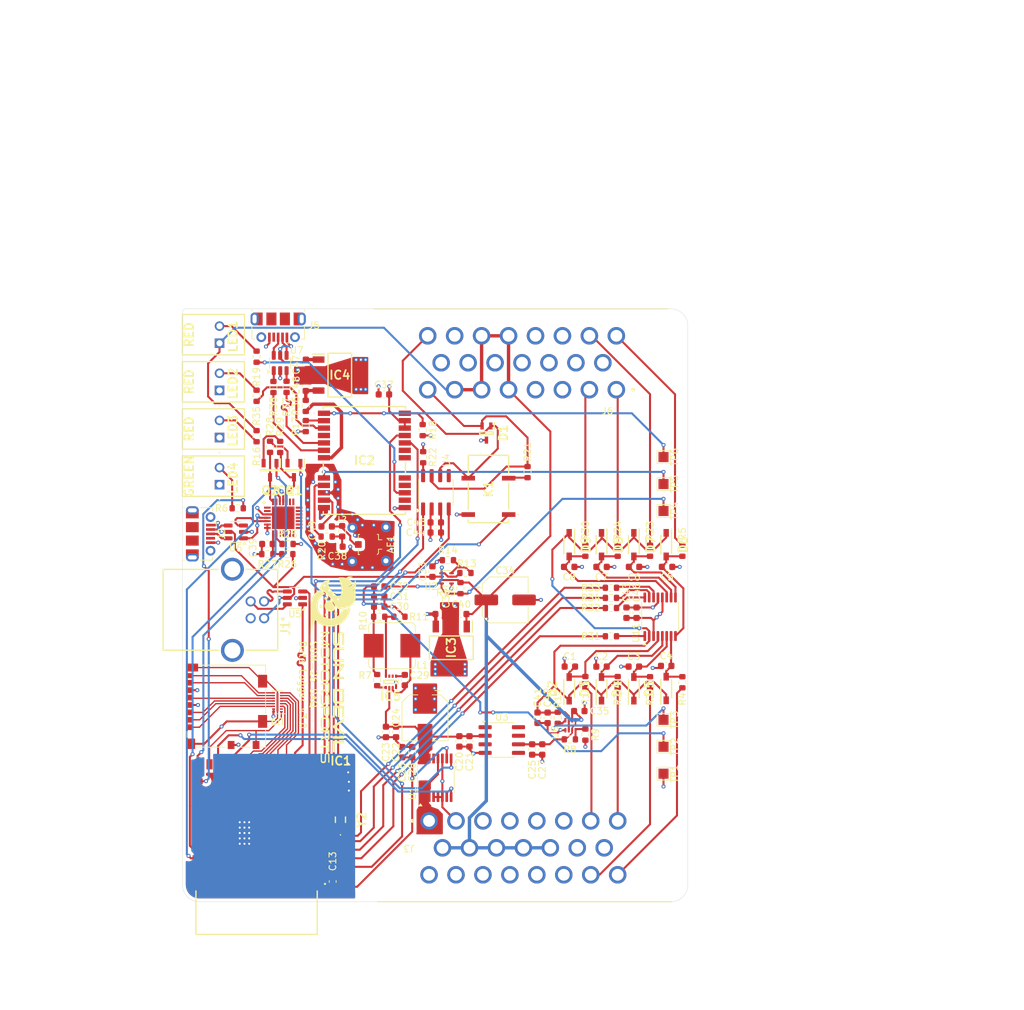
<source format=kicad_pcb>
(kicad_pcb (version 20241229) (generator "pcbnew") (generator_version "9.0")
  (layers (0 "F.Cu" signal) (4 "In1.Cu" signal) (6 "In2.Cu" signal) (2 "B.Cu" signal) (13 "F.Paste" user) (15 "B.Paste" user) (5 "F.SilkS" user "F.Silkscreen") (7 "B.SilkS" user "B.Silkscreen") (1 "F.Mask" user) (3 "B.Mask" user) (25 "Edge.Cuts" user))
  (net 0 "")
  (net 1 "GND")
  (net 2 "+3.3V")
  (net 3 "/RF_IN")
  (net 4 "VCC")
  (net 5 "/BTSB")
  (net 6 "/SMPS_SW")
  (net 7 "/5V_SMPS_OUT")
  (net 8 "Net-(U2-MODE)")
  (net 9 "VBUS")
  (net 10 "+5V")
  (net 11 "/BIAS_T")
  (net 12 "Net-(IC6-VBUS)")
  (net 13 "+5VA")
  (net 14 "/CAN-")
  (net 15 "/CAN+")
  (net 16 "/AIN0")
  (net 17 "/AIN1")
  (net 18 "/AIN2")
  (net 19 "/AIN3")
  (net 20 "/AIN4")
  (net 21 "/AIN5")
  (net 22 "/AIN6")
  (net 23 "/AIN7")
  (net 24 "/I2C1_SCL")
  (net 25 "/CAN_TERM")
  (net 26 "/USER_LED")
  (net 27 "/CAN_CTX")
  (net 28 "/CAN_RTX")
  (net 29 "/SD_CD")
  (net 30 "/I2C1_SDA")
  (net 31 "/UART1_D-")
  (net 32 "/UART1_D+")
  (net 33 "/ADC_CLK")
  (net 34 "/ADC_CS")
  (net 35 "/ADC_DOUT")
  (net 38 "/ADC_DIN")
  (net 43 "/GPS_D-")
  (net 44 "Net-(IC2-GND_4)")
  (net 45 "/Safeboot")
  (net 46 "/D_SEL")
  (net 47 "/GPS_D+")
  (net 52 "/VUSB")
  (net 53 "/VCC_RF")
  (net 56 "Net-(IC2-RESET_N)")
  (net 61 "/PG")
  (net 62 "/SMPS_FB")
  (net 65 "/PROG_D-")
  (net 69 "/PPS_LED")
  (net 70 "/RTK_STAT")
  (net 71 "/PROG_D+")
  (net 74 "Net-(IC6-RTS)")
  (net 75 "Net-(IC6-DTR)")
  (net 79 "/XTAL_32K_P")
  (net 80 "/SD_DAT3")
  (net 81 "/RSTB")
  (net 83 "/USBB_D+")
  (net 84 "/USBB_D-")
  (net 86 "/USBM_D-")
  (net 89 "/USBM_D+")
  (net 97 "+BATT")
  (net 98 "Net-(J4-DAT2)")
  (net 99 "Net-(J4-CLK)")
  (net 100 "Net-(J4-DAT0)")
  (net 101 "Net-(J4-DAT1)")
  (net 102 "Net-(J4-CMD)")
  (net 103 "Net-(J4-DAT3{slash}CD)")
  (net 106 "/USBM2_D+")
  (net 107 "/USBM2_D-")
  (net 115 "/UART2_TX")
  (net 116 "/PWR_LED")
  (net 117 "/USR_LED_RSTR")
  (net 118 "Net-(Q1-B)")
  (net 119 "Net-(Q2-B)")
  (net 120 "Net-(U8-ST)")
  (net 121 "/PR1")
  (net 122 "/ST")
  (net 123 "Net-(U4-Rs)")
  (net 133 "/UART2_RX")
  (net 134 "/CHIP_PU")
  (net 135 "/U0TXD")
  (net 136 "/SD_CLK")
  (net 137 "/GPIO0")
  (net 138 "/SD_DAT2")
  (net 139 "/XTAL_32K_N")
  (net 140 "/SD_DAT1")
  (net 141 "/U0RXD")
  (net 142 "/SD_DAT0")
  (net 144 "Net-(K1-COM)")
  (net 145 "Net-(IC1-3V3)")
  (net 148 "/SD_CMD")
  (net 152 "Net-(D2-A)")
  (net 153 "Net-(D3-A)")
  (net 154 "Net-(D4-A)")
  (net 155 "Net-(D5-A)")
  (net 156 "Net-(D6-A)")
  (net 157 "Net-(D7-A)")
  (net 158 "Net-(D8-A)")
  (net 159 "Net-(D9-A)")
  (net 160 "Net-(U11-~{CS})")
  (net 161 "Net-(U11-SCLK)")
  (net 162 "Net-(U11-DIN)")
  (net 163 "Net-(U11-DOUT)")
  (net 174 "Net-(IC2-TIMEPULSE)")
  (net 175 "Net-(LED1-A)")
  (net 176 "/GNSS_USB_PWR")
  (net 177 "/GNSS_LDO")
  (net 178 "Net-(R37-Pad2)")
  (net 179 "Net-(R38-Pad1)")
  (net 180 "Net-(IC2-RF_IN)")
  (net 181 "Net-(U3-OUT)")
  (net 182 "Net-(U8-PR1)")
  (footprint "Capacitor_SMD:C_0603_1608Metric" (layer "F.Cu") (at 127.1 103.2 180)
    (property "Reference" "C44")
    (property "Value" "100nF")
  )
  (footprint "Capacitor_SMD:C_0603_1608Metric" (layer "F.Cu") (at 122.1 135.8 90)
    (property "Reference" "C26")
    (property "Value" "100nF")
  )
  (footprint "VoltageRegulators:SOT-5X3" (layer "F.Cu") (at 145.6 131.82 90)
    (property "Reference" "U8")
    (property "Value" "TPS2116")
  )
  (footprint "Resistor_SMD:R_0603_1608Metric" (layer "F.Cu") (at 110.9 103.8 180)
    (property "Reference" "R20")
    (property "Value" "10")
  )
  (footprint "Resistor_SMD:R_0603_1608Metric" (layer "F.Cu") (at 100.5 88.9 -90)
    (property "Reference" "R16")
    (property "Value" "220")
  )
  (footprint "Inductor_SMD:L_Bourns_SRP7028A_7.3x6.6mm" (layer "F.Cu") (at 120.6 120)
    (property "Reference" "L1")
    (property "Value" "4.7uH")
  )
  (footprint "TestPoint:TestPoint_Pad_1.5x1.5mm" (layer "F.Cu") (at 160.9 131 -90)
    (property "Reference" "TP3")
    (property "Value" "ST_5VA")
  )
  (footprint "Resistor_SMD:R_0603_1608Metric" (layer "F.Cu") (at 147 133.9)
    (property "Reference" "R8")
    (property "Value" "10k")
  )
  (footprint "Capacitor_SMD:C_0603_1608Metric" (layer "F.Cu") (at 156.5 123.1 180)
    (property "Reference" "C3")
    (property "Value" "33nF")
  )
  (footprint "Resistor_SMD:R_0603_1608Metric" (layer "F.Cu") (at 153.1 111.4 180)
    (property "Reference" "R33")
    (property "Value" "100")
  )
  (footprint "Connector_USB:USB_Micro-B_Molex-105017-0001" (layer "F.Cu") (at 92.2 103.4 -90)
    (property "Reference" "J2")
    (property "Value" "USB_B_Micro")
  )
  (footprint "Capacitor_SMD:C_0603_1608Metric" (layer "F.Cu") (at 127.825 115.3 180)
    (property "Reference" "C36")
    (property "Value" "10uF")
  )
  (footprint "TestPoint:TestPoint_Pad_1.5x1.5mm" (layer "F.Cu") (at 160.9 92 -90)
    (property "Reference" "TP6")
    (property "Value" "Safeboot")
  )
  (footprint "Connector_Card:microSD_HC_Molex_104031-0811" (layer "F.Cu") (at 96.02 128.995 90)
    (property "Reference" "J4" (hide yes))
    (property "Value" "Molex_1040310811" (hide yes))
  )
  (footprint "Resistor_SMD:R_0603_1608Metric" (layer "F.Cu") (at 140.7195 94.2325 90)
    (property "Reference" "R21")
    (property "Value" "120")
  )
  (footprint "Package_TO_SOT_SMD:SOT-23-6" (layer "F.Cu") (at 104 78.0375 90)
    (property "Reference" "U7")
    (property "Value" "USBLC6-2SC6")
  )
  (footprint "Resistor_SMD:R_0603_1608Metric" (layer "F.Cu") (at 104 90.5 -90)
    (property "Reference" "R29")
    (property "Value" "10k")
  )
  (footprint "SDM_FOOTPRINTS:QFN50P500X500X80-29N-D" (layer "F.Cu") (at 104.45 101.01)
    (property "Reference" "IC6")
    (property "Value" "CP2102N-A02-GQFN28" (hide yes))
  )
  (footprint "USBs:67068-7041" (layer "F.Cu") (at 96.91 114.67 -90)
    (property "Reference" "J1")
    (property "Value" "USB_B" (hide yes))
  )
  (footprint "SDM_FOOTPRINTS:NEOF9P15B" (layer "F.Cu") (at 116.5 92.5 180)
    (property "Reference" "IC2")
    (property "Value" "NEO-F9P-15B" (hide yes))
  )
  (footprint "SDM_FOOTPRINTS:SOTFL50P160X60-8N" (layer "F.Cu") (at 120.45 125.362 90)
    (property "Reference" "IC5")
    (property "Value" "TPS563211DRLR" (hide yes))
  )
  (footprint "Resistor_SMD:R_0603_1608Metric" (layer "F.Cu") (at 158.9 105.9 -90)
    (property "Reference" "R23")
    (property "Value" "100")
  )
  (footprint "SDM_FOOTPRINTS:SSFLXH100LID01" (layer "F.Cu") (at 95 75.1 -90)
    (property "Reference" "LED1")
    (property "Value" "RED")
  )
  (footprint "Capacitor_SMD:CP_Elec_6.3x5.9" (layer "F.Cu") (at 137.4 113.2)
    (property "Reference" "C34")
    (property "Value" "100uF")
  )
  (footprint "Package_SO:TSSOP-16_4.4x5mm_P0.65mm" (layer "F.Cu") (at 127.1 139.6 90)
    (property "Reference" "U1")
    (property "Value" "INA260")
  )
  (footprint "Resistor_SMD:R_0603_1608Metric" (layer "F.Cu") (at 102.1 106.4 180)
    (property "Reference" "R27")
    (property "Value" "47.5K")
  )
  (footprint "Capacitor_SMD:C_0603_1608Metric" (layer "F.Cu") (at 119.7 132.8 90)
    (property "Reference" "C23")
    (property "Value" "100nF")
  )
  (footprint "SDM_FOOTPRINTS:ESP32S3WROOM1N8R8" (layer "F.Cu") (at 100.5 150.1 180)
    (property "Reference" "IC1")
    (property "Value" "ESP32-S3-WROOM-1-N8R8" (hide yes))
  )
  (footprint "Resistor_SMD:R_0603_1608Metric" (layer "F.Cu") (at 149.3 105.9 -90)
    (property "Reference" "R30")
    (property "Value" "100")
  )
  (footprint "Resistor_SMD:R_0603_1608Metric" (layer "F.Cu") (at 153.1 118.6)
    (property "Reference" "R31")
    (property "Value" "100")
  )
  (footprint "SDM_FOOTPRINTS:SOD3716X135N" (layer "F.Cu") (at 151.7 105 -90)
    (property "Reference" "D8")
    (property "Value" "MBR0540T1G" (hide yes))
  )
  (footprint "Package_SO:SOIC-8_3.9x4.9mm_P1.27mm" (layer "F.Cu") (at 136.9 134)
    (property "Reference" "U3")
    (property "Value" "ADR425BRZ")
  )
  (footprint "Resistor_SMD:R_0603_1608Metric" (layer "F.Cu") (at 125.15 88 90)
    (property "Reference" "R18")
    (property "Value" "330uF")
  )
  (footprint "Capacitor_SMD:C_0603_1608Metric" (layer "F.Cu") (at 121.2 132.8 90)
    (property "Reference" "C22")
    (property "Value" "22uF")
  )
  (footprint "Capacitor_SMD:C_0603_1608Metric" (layer "F.Cu") (at 146.9 108.3)
    (property "Reference" "C8")
    (property "Value" "33nF")
  )
  (footprint "Resistor_SMD:R_0603_1608Metric" (layer "F.Cu") (at 103 81.6 -90)
    (property "Reference" "R38")
    (property "Value" "27")
  )
  (footprint "Resistor_SMD:R_0603_1608Metric" (layer "F.Cu") (at 102.5 90.475 -90)
    (property "Reference" "R28")
    (property "Value" "10k")
  )
  (footprint "Capacitor_SMD:C_0603_1608Metric" (layer "F.Cu") (at 143.7 130.7 -90)
    (property "Reference" "C42")
    (property "Value" "1uF")
  )
  (footprint "LOGO" (layer "F.Cu") (at 111.9 123.6 -90)
    (property "Reference" "G***" (hide yes))
    (property "Value" "LOGO" (hide yes))
  )
  (footprint "TestPoint:TestPoint_Pad_1.5x1.5mm" (layer "F.Cu") (at 160.9 135 -90)
    (property "Reference" "TP2")
    (property "Value" "SMPS_OUT")
  )
  (footprint "SDM_FOOTPRINTS:SOT230P700X180-4N" (layer "F.Cu") (at 129.4 120.3 -90)
    (property "Reference" "IC3")
    (property "Value" "MIC37100-3.3WS" (hide yes))
  )
  (footprint "Capacitor_SMD:C_0603_1608Metric" (layer "F.Cu") (at 148.4 129.7)
    (property "Reference" "C35")
    (property "Value" "1uF")
  )
  (footprint "Resistor_SMD:R_0603_1608Metric" (layer "F.Cu") (at 149.3 133.2 -90)
    (property "Reference" "R9")
    (property "Value" "10k")
  )
  (footprint "SDM_FOOTPRINTS:SSFLXH100LID01" (layer "F.Cu") (at 95 82.1 -90)
    (property "Reference" "LED2")
    (property "Value" "RED")
  )
  (footprint "Capacitor_SMD:C_0603_1608Metric" (layer "F.Cu") (at 118.7 114.2)
    (property "Reference" "C30")
    (property "Value" "22uF")
  )
  (footprint "Resistor_SMD:R_0603_1608Metric" (layer "F.Cu") (at 118.7 115.7)
    (property "Reference" "R10")
    (property "Value" "74.1k")
  )
  (footprint "Capacitor_SMD:C_0603_1608Metric" (layer "F.Cu") (at 126.6 109 90)
    (property "Reference" "C33")
    (property "Value" "1uF")
  )
  (footprint "Resistor_SMD:R_0603_1608Metric" (layer "F.Cu") (at 154.1 125.4 90)
    (property "Reference" "R2")
    (property "Value" "100")
  )
  (footprint "Resistor_SMD:R_0603_1608Metric" (layer "F.Cu") (at 97.7 99.6 180)
    (property "Reference" "R6")
    (property "Value" "220")
  )
  (footprint "Package_TO_SOT_SMD:SOT-583-8" (layer "F.Cu") (at 128.7 110 180)
    (property "Reference" "U2")
    (property "Value" "TPS2116DRL")
  )
  (footprint "SDM_FOOTPRINTS:SOD3716X135N" (layer "F.Cu") (at 146.9 126.4 90)
    (property "Reference" "D2")
    (property "Value" "MBR0540T1G" (hide yes))
  )
  (footprint "Resistor_SMD:R_0603_1608Metric" (layer "F.Cu") (at 153.1 112.9)
    (property "Reference" "R34")
    (property "Value" "100")
  )
  (footprint "Capacitor_SMD:C_0603_1608Metric" (layer "F.Cu") (at 107.820818 78.30028 90)
    (property "Reference" "C47")
    (property "Value" "10uF")
  )
  (footprint "TestPoint:TestPoint_Pad_1.5x1.5mm" (layer "F.Cu") (at 160.9 100 -90)
    (property "Reference" "TP4")
    (property "Value" "ST_5V")
  )
  (footprint "Capacitor_SMD:C_0603_1608Metric" (layer "F.Cu") (at 132.1 134.2 -90)
    (property "Reference" "C21")
    (property "Value" "100nF")
  )
  (footprint "Capacitor_SMD:C_0603_1608Metric" (layer "F.Cu") (at 142.9 135.4 -90)
    (property "Reference" "C27")
    (property "Value" "1uF")
  )
  (footprint "Capacitor_SMD:C_0603_1608Metric" (layer "F.Cu") (at 147 123.1 180)
    (property "Reference" "C1")
    (property "Value" "33nF")
  )
  (footprint "Connectors:CONN23_776087_TEC" (layer "F.Cu") (at 153.9 82)
    (property "Reference" "J6")
    (property "Value" "1-776087-4")
  )
  (footprint "Resistor_SMD:R_0603_1608Metric" (layer "F.Cu") (at 158.9 125.425 90)
    (property "Reference" "R3")
    (property "Value" "100")
  )
  (footprint "Capacitor_SMD:C_0603_1608Metric" (layer "F.Cu") (at 119.4 82.7)
    (property "Reference" "C37")
    (property "Value" "1uF")
  )
  (footprint "Package_SO:TSSOP-16_4.4x5mm_P0.65mm" (layer "F.Cu") (at 160.4 115.7 90)
    (property "Reference" "U11")
    (property "Value" "ADC128S102")
  )
  (footprint "Capacitor_SMD:C_0603_1608Metric" (layer "F.Cu") (at 151.7 108.3)
    (property "Reference" "C7")
    (property "Value" "33nF")
  )
  (footprint "Resistor_SMD:R_0603_1608Metric" (layer "F.Cu") (at 131.5 109.2)
    (property "Reference" "R13")
    (property "Value" "10k")
  )
  (footprint "Capacitor_SMD:C_0603_1608Metric" (layer "F.Cu") (at 161.3 123 180)
    (property "Reference" "C4")
    (property "Value" "33nF")
  )
  (footprint "Resistor_SMD:R_0603_1608Metric" (layer "F.Cu") (at 105.1 104.9)
    (property "Reference" "R25")
    (property "Value" "1k")
  )
  (footprint "Resistor_SMD:R_0603_1608Metric" (layer "F.Cu") (at 154.1 105.9 -90)
    (property "Reference" "R24")
    (property "Value" "100")
  )
  (footprint "SDM_FOOTPRINTS:SOT230P700X180-4N" (layer "F.Cu") (at 112.850818 79.83028)
    (property "Reference" "IC4")
    (property "Value" "MIC37100-3.3WS" (hide yes))
  )
  (footprint "Resistor_SMD:R_0603_1608Metric" (layer "F.Cu") (at 107.8 84.4 -90)
    (property "Reference" "R36")
    (property "Value" "100k")
  )
  (footprint "Package_TO_SOT_SMD:SOT-23-6" (layer "F.Cu") (at 106.2 112.9 180)
    (property "Reference" "U5")
    (property "Value" "USBLC6-2SC6")
  )
  (footprint "Capacitor_SMD:C_0603_1608Metric" (layer "F.Cu") (at 156.9 115.1 -90)
    (property "Reference" "C46")
    (property "Value" "1uF")
  )
  (footprint "Capacitor_SMD:C_0603_1608Metric" (layer "F.Cu") (at 155.4 115.1 -90)
    (property "Reference" "C43")
    (property "Value" "100nF")
  )
  (footprint "Transistors:SOT96P237X111-3N" (layer "F.Cu") (at 106.05 93.95 -90)
    (property "Reference" "Q1")
    (property "Value" "SOT96P237X111-3N" (hide yes))
  )
  (footprint "Resistor_SMD:R_0603_1608Metric" (layer "F.Cu") (at 100.5 82.9 90)
    (property "Reference" "R35")
    (property "Value" "220")
  )
  (footprint "Resistor_SMD:R_0603_1608Metric" (layer "F.Cu") (at 149.3 125.4 90)
    (property "Reference" "R1")
    (property "Value" "100")
  )
  (footprint "SDM_FOOTPRINTS:IMB03IGR" (layer "F.Cu") (at 134.9195 96.7325 90)
    (property "Reference" "K1")
    (property "Value" "IMB03IGR" (hide yes))
  )
  (footprint "SDM_FOOTPRINTS:SSFLXH100LID01" (layer "F.Cu") (at 95 96.1 -90)
    (property "Reference" "LED4")
    (property "Value" "GREEN")
  )
  (footprint "Connector_Coaxial:U.FL_Molex_MCRF_73412-0110_Vertical" (layer "F.Cu") (at 117.1 104.975 -90)
    (property "Reference" "AE1")
    (property "Value" "UFL")
  )
  (footprint "uSDs:UQFN-17-3.5x1.2mm" (layer "F.Cu") (at 103.6 128.4 180)
    (property "Reference" "U9")
    (property "Value" "ST_EMIF06-MSD02N16")
  )
  (footprint "Package_TO_SOT_SMD:SOT-23-6" (layer "F.Cu") (at 97.41 103.11 180)
    (property "Reference" "U6")
    (property "Value" "USBLC6-2SC6")
  )
  (footprint "SDM_FOOTPRINTS:SOD3716X135N" (layer "F.Cu") (at 151.7 126.4 90)
    (property "Reference" "D3")
    (property "Value" "MBR0540T1G" (hide yes))
  )
  (footprint "Resistor_SMD:R_0603_1608Metric" (layer "F.Cu") (at 100.5 77.1 -90)
    (property "Reference" "R19")
    (property "Value" "330uF")
  )
  (footprint "Resistor_SMD:R_0603_1608Metric" (layer "F.Cu") (at 104.95 81.575 90)
    (property "Reference" "R37")
    (property "Value" "27")
  )
  (footprint "Resistor_SMD:R_0603_1608Metric" (layer "F.Cu") (at 153.1 114.4)
    (property "Reference" "R32")
    (property "Value" "100")
  )
  (footprint "SDM_FOOTPRINTS:SOD3716X135N" (layer "F.Cu") (at 161.3 126.35 90)
    (property "Reference" "D5")
    (property "Value" "MBR0540T1G" (hide yes))
  )
  (footprint "Capacitor_SMD:C_0603_1608Metric" (layer "F.Cu") (at 151.7 123.1 180)
    (property "Reference" "C2")
    (property "Value" "33nF")
  )
  (footprint "Connector_USB:USB_Micro-B_Molex-105017-0001" (layer "F.Cu") (at 103.7 72.7375 180)
    (property "Reference" "J5")
    (property "Value" "USB_B_Micro")
  )
  (footprint "SDM_FOOTPRINTS:SOD3716X135N" (layer "F.Cu") (at 146.9 105 -90)
    (property "Reference" "D9")
    (property "Value" "MBR0540T1G" (hide yes))
  )
  (footprint "SDM_FOOTPRINTS:SOD3716X135N" (layer "F.Cu") (at 156.5 126.4 90)
    (property "Reference" "D4")
    (property "Value" "MBR0540T1G" (hide yes))
  )
  (footprint "SDM_FOOTPRINTS:SOD3716X135N" (layer "F.Cu") (at 161.3 105 -90)
    (property "Reference" "D6")
    (property "Value" "MBR0540T1G" (hide yes))
  )
  (footprint "Resistor_SMD:R_0603_1608Metric" (layer "F.Cu") (at 121.7 115.7)
    (property "Reference" "R11")
    (property "Value" "10k")
  )
  (footprint "Capacitor_SMD:C_0603_1608Metric" (layer "F.Cu") (at 107.8 81.4 90)
    (property "Reference" "C48")
    (property "Value" "10uF")
  )
  (footprint "Package_SO:SOIC-8_3.9x4.9mm_P1.27mm" (layer "F.Cu") (at 127.1195 97.2325 90)
    (property "Reference" "U4")
    (property "Value" "SN65HVD230")
  )
  (footprint "Resistor_SMD:R_0603_1608Metric" (layer "F.Cu") (at 163.7 105.9 -90)
    (property "Reference" "R5")
    (property "Value" "100")
  )
  (footprint "Capacitor_SMD:C_0603_1608Metric" (layer "F.Cu") (at 111.8 155 90)
    (property "Reference" "C13")
    (property "Value" "100nF")
  )
  (footprint "Resistor_SMD:R_0603_1608Metric" (layer "F.Cu") (at 130.76 111.45 90)
    (property "Reference" "R15")
    (property "Value" "10k")
  )
  (footprint "Transistors:SOT96P237X111-3N" (layer "F.Cu") (at 102.5 93.95 -90)
    (property "Reference" "Q2")
    (property "Value" "SOT96P237X111-3N" (hide yes))
  )
  (footprint "Resistor_SMD:R_0603_1608Metric" (layer "F.Cu") (at 125.2245 92.0225 -90)
    (property "Reference" "R22")
    (property "Value" "10k")
  )
  (footprint "Inductor_SMD:L_0603_1608Metric" (layer "F.Cu") (at 113.2 103 -90)
    (property "Reference" "L2")
    (property "Value" "27nH")
  )
  (footprint "Capacitor_SMD:C_0603_1608Metric" (layer "F.Cu") (at 110.9 102.3)
    (property "Reference" "C49")
    (property "Value" "1uF")
  )
  (footprint "Capacitor_SMD:C_0603_1608Metric" (layer "F.Cu") (at 102.1 104.9 180)
    (property "Reference" "C39")
    (property "Value" "1uF")
  )
  (footprint "SDM_FOOTPRINTS:SOT65P210X110-3N" (layer "F.Cu") (at 134.6195 88.4325 -90)
    (property "Reference" "D1")
    (property "Value" "ESDCAN03-2BWY" (hide yes))
  )
  (footprint "TestPoint:TestPoint_Pad_1.5x1.5mm" (layer "F.Cu") (at 160.9 139 -90)
    (property "Reference" "TP1")
    (property "Value" "GND")
  )
  (footprint "Resistor_SMD:R_0603_1608Metric" (layer "F.Cu") (at 163.7 125.425 90)
    (property "Reference" "R4")
    (property "Value" "100")
  )
  (footprint "Capacitor_SMD:C_0603_1608Metric" (layer "F.Cu") (at 130.6 134.2 -90)
    (property "Reference" "C20")
    (property "Value" "10uF")
  )
  (footprint "TestPoint:TestPoint_Pad_1.5x1.5mm" (layer "F.Cu") (at 160.9 96 -90)
    (property "Reference" "TP5")
    (property "Value" "Reset")
  )
  (footprint "Capacitor_SMD:C_0603_1608Metric" (layer "F.Cu") (at 123.6 135.8 90)
    (property "Reference" "C28")
    (property "Value" "100nF")
  )
  (footprint "Capacitor_SMD:C_0603_1608Metric" (layer "F.Cu") (at 122.5 125.1 -90)
    (property "Reference" "C29")
    (property "Value" "100nF")
  )
  (footprint "Resistor_SMD:R_0603_1608Metric" (layer "F.Cu") (at 118.4 125.1 90)
    (property "Reference" "R7")
    (property "Value" "10k")
  )
  (footprint "Resistor_SMD:R_0603_1608Metric" (layer "F.Cu") (at 105.06 106.4)
    (property "Reference" "R26")
    (property "Value" "22.1K")
  )
  (footprint "SDM_FOOTPRINTS:ECX327CDX2096" (layer "F.Cu") (at 112.95 145.83 90)
    (property "Reference" "Y2")
    (property "Value" "ECX-.327-CDX-2096" (hide yes))
  )
  (footprint "Capacitor_SMD:CP_Elec_6.3x5.9" (layer "F.Cu") (at 125.5 130.7 -90)
    (property "Reference" "C24")
    (property "Value" "47uF")
  )
  (footprint "Capacitor_SMD:C_0603_1608Metric" (layer "F.Cu") (at 118.7 111.2)
    (property "Reference" "C32")
    (property "Value" "1uF")
  )
  (footprint "Capacitor_SMD:C_0603_1608Metric" (layer "F.Cu") (at 141.4 135.4 -90)
    (property "Reference" "C25")
    (property "Value" "100nF")
  )
  (footprint "Capacitor_SMD:C_0603_1608Metric" (layer "F.Cu") (at 118.7 112.7)
    (property "Reference" "C31")
    (property "Value" "22uF")
  )
  (footprint "Connectors:CONN23_776087_TEC" (layer "F.Cu") (at 126.1 146 180)
    (property "Reference" "J3")
    (property "Value" "1-776087-4")
  )
  (footprint "Resistor_SMD:R_0603_1608Metric" (layer "F.Cu") (at 107.8 87.4 -90)
    (property "Reference" "R17")
    (property "Value" "10k")
  )
  (footprint "Capacitor_SMD:C_0603_1608Metric" (layer "F.Cu") (at 127.1 101.7 180)
    (property "Reference" "C45")
    (property "Value" "100nF")
  )
  (footprint "Capacitor_SMD:C_0603_1608Metric" (layer "F.Cu") (at 156.525 108.3)
    (property "Reference" "C6")
    (property "Value" "33nF")
  )
  (footprint "Resistor_SMD:R_0603_1608Metric" (layer "F.Cu") (at 128.9 107.3 180)
    (property "Reference" "R14")
    (property "Value" "10k")
  )
  (footprint "SDM_FOOTPRINTS:SSFLXH100LID01" (layer "F.Cu") (at 95 89.1 -90)
    (property "Reference" "LED3")
    (property "Value" "RED")
  )
  (footprint "Capacitor_SMD:C_0603_1608Metric" (layer "F.Cu") (at 130.875 115.3)
    (property "Reference" "C40")
    (property "Value" "10uF")
  )
  (footprint "Capacitor_SMD:C_0603_1608Metric" (layer "F.Cu") (at 161.425 108.3)
    (property "Reference" "C5")
    (property "Value" "33nF")
  )
  (footprint "Capacitor_SMD:C_0603_1608Metric" (layer "F.Cu") (at 142.2 130.7 -90)
    (property "Reference" "C41")
    (property "Value" "100nF")
  )
  (footprint "Resistor_SMD:R_0603_1608Metric" (layer "F.Cu") (at 145.2 130.7 90)
    (property "Reference" "R12")
    (property "Value" "10k")
  )
  (footprint "Capacitor_SMD:C_0603_1608Metric" (layer "F.Cu") (at 112.5 105.3 180)
    (property "Reference" "C38")
    (property "Value" "100nF")
  )
  (footprint "SDM_FOOTPRINTS:SOD3716X135N" (layer "F.Cu") (at 156.5 105 -90)
    (property "Reference" "D7")
    (property "Value" "MBR0540T1G" (hide yes))
  )
  (gr_arc (start 89.5 70.5) (mid 89.646447 70.146447) (end 90 70) (stroke (width 0.05)) (layer "Edge.Cuts"))
  (gr_line (start 90 70) (end 162 70) (stroke (width 0.05)) (layer "Edge.Cuts"))
  (gr_line (start 89.5 155.5) (end 89.5 70.5) (stroke (width 0.05)) (layer "Edge.Cuts"))
  (gr_arc (start 162 70) (mid 163.767767 70.732233) (end 164.5 72.5) (stroke (width 0.05)) (layer "Edge.Cuts"))
  (gr_line (start 164.5 72.5) (end 164.5 155.5) (stroke (width 0.05)) (layer "Edge.Cuts"))
  (gr_arc (start 92 158) (mid 90.232233 157.267767) (end 89.5 155.5) (stroke (width 0.05)) (layer "Edge.Cuts"))
  (gr_arc (start 164.5 155.5) (mid 163.767767 157.267767) (end 162 158) (stroke (width 0.05)) (layer "Edge.Cuts"))
  (gr_line (start 162 158) (end 92 158) (stroke (width 0.05)) (layer "Edge.Cuts"))
  (gr_text "SDM-26 DAQ\nData Logger v3.0\n" (at 106.758569 119.191686 270) (layer "F.SilkS") (effects (font (size 1 1)) (justify left bottom)))
  (segment (start 119.475 114.2) (end 120.6 114.2) (width 0.3) (layer "F.Cu") (net 1))
  (segment (start 100.2 106.4) (end 101.275 106.4) (width 0.3) (layer "F.Cu") (net 1))
  (segment (start 126.3 103.225) (end 126.325 103.2) (width 0.3) (layer "F.Cu") (net 1))
  (segment (start 117.1 106.45) (end 117.125 106.45) (width 0.3) (layer "F.Cu") (net 1))
  (segment (start 145.1 133) (end 145.6 132.5) (width 0.3) (layer "F.Cu") (net 1))
  (segment (start 141.4 136.175) (end 142.9 136.175) (width 0.3) (layer "F.Cu") (net 1))
  (segment (start 159.425 116.25) (end 159.425 118.5625) (width 0.3) (layer "F.Cu") (net 1))
  (segment (start 126.35 88.8) (end 125.175 88.8) (width 0.3) (layer "F.Cu") (net 1))
  (segment (start 95.3 132) (end 96.065 131.235) (width 0.3) (layer "F.Cu") (net 1))
  (segment (start 158.5 108.3) (end 157.3 108.3) (width 0.3) (layer "F.Cu") (net 1))
  (segment (start 146.225 121.925) (end 146.2 121.9) (width 0.3) (layer "F.Cu") (net 1))
  (segment (start 106.360417 112.9465) (end 107.291 112.9465) (width 0.3) (layer "F.Cu") (net 1))
  (segment (start 128.075 143.975) (end 130.1 146) (width 0.3) (layer "F.Cu") (net 1))
  (segment (start 90.695 134.56) (end 92.74 134.56) (width 0.3) (layer "F.Cu") (net 1))
  (segment (start 125.175 88.8) (end 125.15 88.825) (width 0.3) (layer "F.Cu") (net 1))
  (segment (start 122.1 135.025) (end 123.6 135.025) (width 0.3) (layer "F.Cu") (net 1))
  (segment (start 90.57 126.6) (end 91.7 126.6) (width 0.3) (layer "F.Cu") (net 1))
  (segment (start 92.74 134.56) (end 95.3 132) (width 0.3) (layer "F.Cu") (net 1))
  (segment (start 128.075 142.4625) (end 128.075 143.975) (width 0.3) (layer "F.Cu") (net 1))
  (segment (start 142.2 131.475) (end 143.7 131.475) (width 0.3) (layer "F.Cu") (net 1))
  (segment (start 126.325 99.867) (end 126.4845 99.7075) (width 0.3) (layer "F.Cu") (net 1))
  (segment (start 126.325 101.7) (end 126.325 103.2) (width 0.3) (layer "F.Cu") (net 1))
  (segment (start 96.72 134.735) (end 97.765 134.735) (width 0.3) (layer "F.Cu") (net 1))
  (segment (start 146.225 123.1) (end 146.225 121.925) (width 0.3) (layer "F.Cu") (net 1))
  (segment (start 146.34 132.54) (end 145.64 132.54) (width 0.3) (layer "F.Cu") (net 1))
  (segment (start 134.425 135.905) (end 132.705 135.905) (width 0.3) (layer "F.Cu") (net 1))
  (segment (start 107.820818 79.07528) (end 108.945818 79.07528) (width 0.5) (layer "F.Cu") (net 1))
  (segment (start 107.810818 80.59528) (end 107.810818 79.08528) (width 0.5) (layer "F.Cu") (net 1))
  (segment (start 159.8875 115.7875) (end 159.425 116.25) (width 0.3) (layer "F.Cu") (net 1))
  (segment (start 95.015 82.075) (end 95 82.06) (width 0.3) (layer "F.Cu") (net 1))
  (segment (start 117.1 103.5) (end 117.125 103.5) (width 0.3) (layer "F.Cu") (net 1))
  (segment (start 109.700818 79.83028) (end 108.906098 80.625) (width 0.5) (layer "F.Cu") (net 1))
  (segment (start 143.9 133) (end 145.1 133) (width 0.3) (layer "F.Cu") (net 1))
  (segment (start 140.2 113.2) (end 142.7 113.2) (width 0.3) (layer "F.Cu") (net 1))
  (segment (start 160.725 112.8375) (end 160.751 112.8635) (width 0.3) (layer "F.Cu") (net 1))
  (segment (start 97.765 134.735) (end 97.8 134.7) (width 0.3) (layer "F.Cu") (net 1))
  (segment (start 130.1 145.225001) (end 130.1 146) (width 0.3) (layer "F.Cu") (net 1))
  (segment (start 149.2 129.675) (end 149.175 129.7) (width 0.3) (layer "F.Cu") (net 1))
  (segment (start 122.525 115.7) (end 122.449 115.624) (width 0.3) (layer "F.Cu") (net 1))
  (segment (start 132.705 136.005) (end 132.7 136) (width 0.3) (layer "F.Cu") (net 1))
  (segment (start 93.6625 104.7) (end 94.8 104.7) (width 0.3) (layer "F.Cu") (net 1))
  (segment (start 128.075 107.3) (end 127.525 107.3) (width 0.3) (layer "F.Cu") (net 1))
  (segment (start 103.6 126.852226) (end 102.012774 125.265) (width 0.2) (layer "F.Cu") (net 1))
  (segment (start 132.1 135.4) (end 132.7 136) (width 0.3) (layer "F.Cu") (net 1))
  (segment (start 121.2 125.4) (end 121.2 126.2) (width 0.3) (layer "F.Cu") (net 1))
  (segment (start 108.906098 80.625) (end 107.8 80.625) (width 0.5) (layer "F.Cu") (net 1))
  (segment (start 159.05 115.875) (end 159.425 116.25) (width 0.3) (layer "F.Cu") (net 1))
  (segment (start 160.3875 115.2875) (end 159.8875 115.7875) (width 0.3) (layer "F.Cu") (net 1))
  (segment (start 107.810818 79.08528) (end 107.820818 79.07528) (width 0.5) (layer "F.Cu") (net 1))
  (segment (start 148.8 108.3) (end 147.675 108.3) (width 0.3) (layer "F.Cu") (net 1))
  (segment (start 127.425 142.4625) (end 128.075 142.4625) (width 0.3) (layer "F.Cu") (net 1))
  (segment (start 118.6 82.675) (end 118.625 82.7) (width 0.3) (layer "F.Cu") (net 1))
  (segment (start 121.025 114.2) (end 122.525 115.7) (width 0.3) (layer "F.Cu") (net 1))
  (segment (start 95.015 89.075) (end 95 89.06) (width 0.3) (layer "F.Cu") (net 1))
  (segment (start 119.475 112.7) (end 119.475 114.2) (width 0.3) (layer "F.Cu") (net 1))
  (segment (start 145.64 132.54) (end 145.6 132.5) (width 0.3) (layer "F.Cu") (net 1))
  (segment (start 103.6 128.4) (end 103.6 130.749943) (width 0.2) (layer "F.Cu") (net 1))
  (segment (start 96.065 131.235) (end 101.395 131.235) (width 0.3) (layer "F.Cu") (net 1))
  (segment (start 127.525 107.3) (end 127.2625 107.5625) (width 0.3) (layer "F.Cu") (net 1))
  (segment (start 120.6 114.2) (end 121.025 114.2) (width 0.3) (layer "F.Cu") (net 1))
  (segment (start 99.37 123.24) (end 90.92 123.24) (width 0.2) (layer "F.Cu") (net 1))
  (segment (start 127.2625 107.5625) (end 126.6 108.225) (width 0.3) (layer "F.Cu") (net 1))
  (segment (start 126.3 104.3) (end 126.3 103.225) (width 0.3) (layer "F.Cu") (net 1))
  (segment (start 154.6 123.1) (end 155.725 123.1) (width 0.3) (layer "F.Cu") (net 1))
  (segment (start 160.751 112.8635) (end 160.751 114.924) (width 0.3) (layer "F.Cu") (net 1))
  (segment (start 150.9 123.075) (end 150.925 123.1) (width 0.3) (layer "F.Cu") (net 1))
  (segment (start 130.2195 100.5325) (end 131.9195 100.5325) (width 0.3) (layer "F.Cu") (net 1))
  (segment (start 129.4 111.5) (end 129.44 111.46) (width 0.3) (layer "F.Cu") (net 1))
  (segment (start 118.6 133.6) (end 119.675 133.6) (width 0.3) (layer "F.Cu") (net 1))
  (segment (start 103.114943 131.235) (end 101.395 131.235) (width 0.2) (layer "F.Cu") (net 1))
  (segment (start 117.125 106.45) (end 118.6 104.975) (width 0.3) (layer "F.Cu") (net 1))
  (segment (start 150.9 121.9) (end 150.9 123.075) (width 0.3) (layer "F.Cu") (net 1))
  (segment (start 102.1 100.51) (end 103.95 100.51) (width 0.3) (layer "F.Cu") (net 1))
  (segment (start 101.89 75.5975) (end 102.4 75.0875) (width 0.3) (layer "F.Cu") (net 1))
  (segment (start 160.751 114.924) (end 160.3875 115.2875) (width 0.3) (layer "F.Cu") (net 1))
  (segment (start 103.6 130.749943) (end 103.114943 131.235) (width 0.2) (layer "F.Cu") (net 1))
  (segment (start 149.3 135) (end 149.3 134.025) (width 0.3) (layer "F.Cu") (net 1))
  (segment (start 101.45 100.51) (end 102.1 100.51) (width 0.3) (layer "F.Cu") (net 1))
  (segment (start 119.675 133.6) (end 119.7 133.575) (width 0.3) (layer "F.Cu") (net 1))
  (segment (start 108.945818 79.07528) (end 109.700818 79.83028) (width 0.5) (layer "F.Cu") (net 1))
  (segment (start 122.4 99.6) (end 122.5 99.5) (width 0.3) (layer "F.Cu") (net 1))
  (segment (start 101.395 125.265) (end 99.37 123.24) (width 0.2) (layer "F.Cu") (net 1))
  (segment (start 156.9 115.875) (end 159.05 115.875) (width 0.3) (layer "F.Cu") (net 1))
  (segment (start 100.61 99.67) (end 101.45 100.51) (width 0.3) (layer "F.Cu") (net 1))
  (segment (start 149.2 128.5) (end 149.2 129.675) (width 0.3) (layer "F.Cu") (net 1))
  (segment (start 125.2245 90.1075) (end 125.2245 91.1975) (width 0.3) (layer "F.Cu") (net 1))
  (segment (start 101.275 106.4) (end 101.275 104.95) (width 0.3) (layer "F.Cu") (net 1))
  (segment (start 155.4 115.875) (end 156.9 115.875) (width 0.3) (layer "F.Cu") (net 1))
  (segment (start 128.075 136.7375) (end 128.075 140.1) (width 0.3) (layer "F.Cu") (net 1))
  (segment (start 103.6 128.4) (end 103.6 126.852226) (width 0.2) (layer "F.Cu") (net 1))
  (segment (start 118.6 81.5) (end 118.6 82.675) (width 0.3) (layer "F.Cu") (net 1))
  (segment (start 121 99.6) (end 122.4 99.6) (width 0.3) (layer "F.Cu") (net 1))
  (segment (start 126.775 142.4625) (end 127.425 142.4625) (width 0.3) (layer "F.Cu") (net 1))
  (segment (start 159.3 123.3) (end 160.225 123.3) (width 0.3) (layer "F.Cu") (net 1))
  (segment (start 95.015 96.045) (end 95 96.06) (width 0.3) (layer "F.Cu") (net 1))
  (segment (start 119.7 133.575) (end 121.2 133.575) (width 0.3) (layer "F.Cu") (net 1))
  (segment (start 126.325 101.7) (end 126.325 99.867) (width 0.3) (layer "F.Cu") (net 1))
  (segment (start 163.3 108.3) (end 162.2 108.3) (width 0.3) (layer "F.Cu") (net 1))
  (segment (start 102.012774 125.265) (end 101.395 125.265) (width 0.2) (layer "F.Cu") (net 1))
  (segment (start 121.2 133.575) (end 121.2 134.125) (width 0.3) (layer "F.Cu") (net 1))
  (segment (start 142.9 137.2) (end 142.9 136.175) (width 0.3) (layer "F.Cu") (net 1))
  (segment (start 102.4 75.0875) (end 102.4 74.2) (width 0.3) (layer "F.Cu") (net 1))
  (segment (start 133.8695 89.4825) (end 133.8195 89.5325) (width 0.3) (layer "F.Cu") (net 1))
  (segment (start 143.7 132.8) (end 143.9 133) (width 0.3) (layer "F.Cu") (net 1))
  (segment (start 104 80.29636) (end 104 79.175) (width 0.3) (layer "F.Cu") (net 1))
  (segment (start 96.545 134.56) (end 96.72 134.735) (width 0.3) (layer "F.Cu") (net 1))
  (segment (start 160.225 123.3) (end 160.525 123) (width 0.3) (layer "F.Cu") (net 1))
  (segment (start 160.9 140.9) (end 160.9 139) (width 0.3) (layer "F.Cu") (net 1))
  (segment (start 121.2 134.125) (end 122.1 135.025) (width 0.3) (layer "F.Cu") (net 1))
  (segment (start 153.6 108.3) (end 152.475 108.3) (width 0.3) (layer "F.Cu") (net 1))
  (segment (start 143.7 131.475) (end 143.7 132.8) (width 0.3) (layer "F.Cu") (net 1))
  (segment (start 128.075 140.1) (end 128.075 142.4625) (width 0.3) (layer "F.Cu") (net 1))
  (segment (start 134.6195 89.4825) (end 133.8695 89.4825) (width 0.3) (layer "F.Cu") (net 1))
  (segment (start 130.6 134.975) (end 132.1 134.975) (width 0.3) (layer "F.Cu") (net 1))
  (segment (start 99.8 103.1) (end 98.5575 103.1) (width 0.3) (layer "F.Cu") (net 1))
  (segment (start 117.125 103.5) (end 118.6 104.975) (width 0.3) (layer "F.Cu") (net 1))
  (segment (start 129.44 111.46) (end 129.44 110.75) (width 0.3) (layer "F.Cu") (net 1))
  (segment (start 132.1 134.975) (end 132.1 135.4) (width 0.3) (layer "F.Cu") (net 1))
  (segment (start 126.5195 99.7425) (end 126.4845 99.7075) (width 0.3) (layer "F.Cu") (net 1))
  (via (at 99.4 147.8) (size 0.6) (drill 0.3) (layers "F.Cu" "B.Cu") (net 1))
  (via (at 133.8195 89.5325) (size 0.6) (drill 0.3) (layers "F.Cu" "B.Cu") (net 1))
  (via (at 159.8875 115.7875) (size 0.6) (drill 0.3) (layers "F.Cu" "B.Cu") (net 1))
  (via (at 126.9 126.3) (size 0.6) (drill 0.3) (layers "F.Cu" "B.Cu") (net 1))
  (via (at 108.1 98.4) (size 0.6) (drill 0.3) (layers "F.Cu" "B.Cu") (net 1))
  (via (at 113.2 107.9) (size 0.6) (drill 0.3) (layers "F.Cu" "B.Cu") (net 1))
  (via (at 104.00364 80.3) (size 0.6) (drill 0.3) (layers "F.Cu" "B.Cu") (net 1))
  (via (at 121 99.6) (size 0.6) (drill 0.3) (layers "F.Cu" "B.Cu") (net 1))
  (via (at 97.8 134.7) (size 0.6) (drill 0.3) (layers "F.Cu" "B.Cu") (net 1))
  (via (at 131.419706 122.772696) (size 0.6) (drill 0.3) (layers "F.Cu" "B.Cu") (net 1))
  (via (at 118.6 133.6) (size 0.6) (drill 0.3) (layers "F.Cu" "B.Cu") (net 1))
  (via (at 126.3 104.3) (size 0.6) (drill 0.3) (layers "F.Cu" "B.Cu") (net 1))
  (via (at 131.419706 124.172696) (size 0.6) (drill 0.3) (layers "F.Cu" "B.Cu") (net 1))
  (via (at 114.727818 102.472182) (size 1.5) (drill 0.75) (layers "F.Cu" "B.Cu") (net 1))
  (via (at 142.9 137.2) (size 0.6) (drill 0.3) (layers "F.Cu" "B.Cu") (net 1))
  (via (at 127.2625 107.5625) (size 0.6) (drill 0.3) (layers "F.Cu" "B.Cu") (net 1))
  (via (at 114.7 107.5) (size 1.5) (drill 0.75) (layers "F.Cu" "B.Cu") (net 1))
  (via (at 114.7 100.5) (size 0.6) (drill 0.3) (layers "F.Cu" "B.Cu") (net 1))
  (via (at 116.680818 77.55028) (size 0.6) (drill 0.3) (layers "F.Cu" "B.Cu") (net 1))
  (via (at 119.7 107.4) (size 1.5) (drill 0.75) (layers "F.Cu" "B.Cu") (net 1))
  (via (at 98 149.4) (size 0.6) (drill 0.3) (layers "F.Cu" "B.Cu") (net 1))
  (via (at 130.2195 100.5325) (size 0.6) (drill 0.3) (layers "F.Cu" "B.Cu") (net 1))
  (via (at 109.2 104.8) (size 0.6) (drill 0.3) (layers "F.Cu" "B.Cu") (net 1))
  (via (at 129.919706 114.072696) (size 0.6) (drill 0.3) (layers "F.Cu" "B.Cu") (net 1))
  (via (at 120.6 114.2) (size 0.6) (drill 0.3) (layers "F.Cu" "B.Cu") (net 1))
  (via (at 115.1 103.6) (size 0.6) (drill 0.3) (layers "F.Cu" "B.Cu") (net 1))
  (via (at 111.8 107.9) (size 0.6) (drill 0.3) (layers "F.Cu" "B.Cu") (net 1))
  (via (at 142.7 113.2) (size 0.6) (drill 0.3) (layers "F.Cu" "B.Cu") (net 1))
  (via (at 114.2 141.5) (size 0.6) (drill 0.3) (layers "F.Cu" "B.Cu") (net 1))
  (via (at 114.2 140.2) (size 0.6) (drill 0.3) (layers "F.Cu" "B.Cu") (net 1))
  (via (at 160.3875 115.2875) (size 0.6) (drill 0.3) (layers "F.Cu" "B.Cu") (net 1))
  (via (at 99.4 149.4) (size 0.6) (drill 0.3) (layers "F.Cu" "B.Cu") (net 1))
  (via (at 108.1 101.1) (size 0.6) (drill 0.3) (layers "F.Cu" "B.Cu") (net 1))
  (via (at 120.5 105.6) (size 0.6) (drill 0.3) (layers "F.Cu" "B.Cu") (net 1))
  (via (at 159.3 123.3) (size 0.6) (drill 0.3) (layers "F.Cu" "B.Cu") (net 1))
  (via (at 117.7 108.4) (size 0.6) (drill 0.3) (layers "F.Cu" "B.Cu") (net 1))
  (via (at 113.2 100.5) (size 0.6) (drill 0.3) (layers "F.Cu" "B.Cu") (net 1))
  (via (at 112.6 96.8) (size 0.6) (drill 0.3) (layers "F.Cu" "B.Cu") (net 1))
  (via (at 146.2 121.9) (size 0.6) (drill 0.3) (layers "F.Cu" "B.Cu") (net 1))
  (via (at 99.8 103.1) (size 0.6) (drill 0.3) (layers "F.Cu" "B.Cu") (net 1))
  (via (at 106.580818 80.65028) (size 0.6) (drill 0.3) (layers "F.Cu" "B.Cu") (net 1))
  (via (at 163.3 108.3) (size 0.6) (drill 0.3) (layers "F.Cu" "B.Cu") (net 1))
  (via (at 126.9 129.5) (size 0.6) (drill 0.3) (layers "F.Cu" "B.Cu") (net 1))
  (via (at 98.7 147) (size 0.6) (drill 0.3) (layers "F.Cu" "B.Cu") (net 1))
  (via (at 106.360417 112.9465) (size 0.6) (drill 0.3) (layers "F.Cu" "B.Cu") (net 1))
  (via (at 160.9 140.9) (size 0.6) (drill 0.3) (layers "F.Cu" "B.Cu") (net 1))
  (via (at 95.3 132) (size 0.6) (drill 0.3) (layers "F.Cu" "B.Cu") (net 1))
  (via (at 127.019706 124.172696) (size 0.6) (drill 0.3) (layers "F.Cu" "B.Cu") (net 1))
  (via (at 108.6 103.6) (size 0.6) (drill 0.3) (layers "F.Cu" "B.Cu") (net 1))
  (via (at 150.9 121.9) (size 0.6) (drill 0.3) (layers "F.Cu" "B.Cu") (net 1))
  (via (at 114.1 138.8) (size 0.6) (drill 0.3) (layers "F.Cu" "B.Cu") (net 1))
  (via (at 124.1 126.3) (size 0.6) (drill 0.3) (layers "F.Cu" "B.Cu") (net 1))
  (via (at 158.5 108.3) (size 0.6) (drill 0.3) (layers "F.Cu" "B.Cu") (net 1))
  (via (at 114.1 137.5) (size 0.6) (drill 0.3) (layers "F.Cu" "B.Cu") (net 1))
  (via (at 126.9 127.9) (size 0.6) (drill 0.3) (layers "F.Cu" "B.Cu") (net 1))
  (via (at 115.980818 77.55028) (size 0.6) (drill 0.3) (layers "F.Cu" "B.Cu") (net 1))
  (via (at 115.980818 81.95028) (size 0.6) (drill 0.3) (layers "F.Cu" "B.Cu") (net 1))
  (via (at 110.2 100.6) (size 0.6) (drill 0.3) (layers "F.Cu" "B.Cu") (net 1))
  (via (at 118.6 81.5) (size 0.6) (drill 0.3) (layers "F.Cu" "B.Cu") (net 1))
  (via (at 94.8 104.7) (size 0.6) (drill 0.3) (layers "F.Cu" "B.Cu") (net 1))
  (via (at 100.2 106.4) (size 0.6) (drill 0.3) (layers "F.Cu" "B.Cu") (net 1))
  (via (at 154.6 123.1) (size 0.6) (drill 0.3) (layers "F.Cu" "B.Cu") (net 1))
  (via (at 115.5 101.3) (size 0.6) (drill 0.3) (layers "F.Cu" "B.Cu") (net 1))
  (via (at 110.5 107) (size 0.6) (drill 0.3) (layers "F.Cu" "B.Cu") (net 1))
  (via (at 149.3 135) (size 0.6) (drill 0.3) (layers "F.Cu" "B.Cu") (net 1))
  (via (at 128.075 140.1) (size 0.6) (drill 0.3) (layers "F.Cu" "B.Cu") (net 1))
  (via (at 98.7 149.4) (size 0.6) (drill 0.3) (layers "F.Cu" "B.Cu") (net 1))
  (via (at 124.1 129.5) (size 0.6) (drill 0.3) (layers "F.Cu" "B.Cu") (net 1))
  (via (at 116.2 102.1) (size 0.6) (drill 0.3) (layers "F.Cu" "B.Cu") (net 1))
  (via (at 98.7 148.6) (size 0.6) (drill 0.3) (layers "F.Cu" "B.Cu") (net 1))
  (via (at 99.4 146.2) (size 0.6) (drill 0.3) (layers "F.Cu" "B.Cu") (net 1))
  (via (at 98.7 147.8) (size 0.6) (drill 0.3) (layers "F.Cu" "B.Cu") (net 1))
  (via (at 121.2 125.4) (size 0.6) (drill 0.3) (layers "F.Cu" "B.Cu") (net 1))
  (via (at 99.4 147) (size 0.6) (drill 0.3) (layers "F.Cu" "B.Cu") (net 1))
  (via (at 149.2 128.5) (size 0.6) (drill 0.3) (layers "F.Cu" "B.Cu") (net 1))
  (via (at 132.7 136) (size 0.6) (drill 0.3) (layers "F.Cu" "B.Cu") (net 1))
  (via (at 99.4 148.6) (size 0.6) (drill 0.3) (layers "F.Cu" "B.Cu") (net 1))
  (via (at 145.6 132.5) (size 0.6) (drill 0.3) (layers "F.Cu" "B.Cu") (net 1))
  (via (at 109.9 105.9) (size 0.6) (drill 0.3) (layers "F.Cu" "B.Cu") (net 1))
  (via (at 115.280818 77.55028) (size 0.6) (drill 0.3) (layers "F.Cu" "B.Cu") (net 1))
  (via (at 98 148.6) (size 0.6) (drill 0.3) (layers "F.Cu" "B.Cu") (net 1))
  (via (at 119.7 102.4) (size 1.5) (drill 0.75) (layers "F.Cu" "B.Cu") (net 1))
  (via (at 116.2 108.4) (size 0.6) (drill 0.3) (layers "F.Cu" "B.Cu") (net 1))
  (via (at 153.6 108.3) (size 0.6) (drill 0.3) (layers "F.Cu" "B.Cu") (net 1))
  (via (at 98 147) (size 0.6) (drill 0.3) (layers "F.Cu" "B.Cu") (net 1))
  (via (at 114.4 105.3) (size 0.6) (drill 0.3) (layers "F.Cu" "B.Cu") (net 1))
  (via (at 131.419706 123.472696) (size 0.6) (drill 0.3) (layers "F.Cu" "B.Cu") (net 1))
  (via (at 98.7 146.2) (size 0.6) (drill 0.3) (layers "F.Cu" "B.Cu") (net 1))
  (via (at 98 146.2) (size 0.6) (drill 0.3) (layers "F.Cu" "B.Cu") (net 1))
  (via (at 127.019706 122.772696) (size 0.6) (drill 0.3) (layers "F.Cu" "B.Cu") (net 1))
  (via (at 108.1 99.8) (size 0.6) (drill 0.3) (layers "F.Cu" "B.Cu") (net 1))
  (via (at 112.2 95.7) (size 0.6) (drill 0.3) (layers "F.Cu" "B.Cu") (net 1))
  (via (at 101.89 75.5975) (size 0.6) (drill 0.3) (layers "F.Cu" "B.Cu") (net 1))
  (via (at 124.1 127.9) (size 0.6) (drill 0.3) (layers "F.Cu" "B.Cu") (net 1))
  (via (at 106.580818 79.05028) (size 0.6) (drill 0.3) (layers "F.Cu" "B.Cu") (net 1))
  (via (at 120.5 104.3) (size 0.6) (drill 0.3) (layers "F.Cu" "B.Cu") (net 1))
  (via (at 112.6 98.1) (size 0.6) (drill 0.3) (layers "F.Cu" "B.Cu") (net 1))
  (via (at 115.280818 81.95028) (size 0.6) (drill 0.3) (layers "F.Cu" "B.Cu") (net 1))
  (via (at 126.35 88.8) (size 0.6) (drill 0.3) (layers "F.Cu" "B.Cu") (net 1))
  (via (at 91.7 126.6) (size 0.6) (drill 0.3) (layers "F.Cu" "B.Cu") (net 1))
  (via (at 112.6 99.4) (size 0.6) (drill 0.3) (layers "F.Cu" "B.Cu") (net 1))
  (via (at 129.4 111.5) (size 0.6) (drill 0.3) (layers "F.Cu" "B.Cu") (net 1))
  (via (at 100.61 99.54) (size 0.6) (drill 0.3) (layers "F.Cu" "B.Cu") (net 1))
  (via (at 125.2245 90.1075) (size 0.6) (drill 0.3) (layers "F.Cu" "B.Cu") (net 1))
  (via (at 108.1 96.7) (size 0.6) (drill 0.3) (layers "F.Cu" "B.Cu") (net 1))
  (via (at 127.019706 123.472696) (size 0.6) (drill 0.3) (layers "F.Cu" "B.Cu") (net 1))
  (via (at 116.680818 81.95028) (size 0.6) (drill 0.3) (layers "F.Cu" "B.Cu") (net 1))
  (via (at 148.8 108.3) (size 0.6) (drill 0.3) (layers "F.Cu" "B.Cu") (net 1))
  (via (at 98 147.8) (size 0.6) (drill 0.3) (layers "F.Cu" "B.Cu") (net 1))
  (via (at 110.9125 97.2) (size 0.6) (drill 0.3) (layers "F.Cu" "B.Cu") (net 1))
  (via (at 108.1 102.3) (size 0.6) (drill 0.3) (layers "F.Cu" "B.Cu") (net 1))
  (via (at 108.893948 95.692435) (size 0.6) (drill 0.3) (layers "F.Cu" "B.Cu") (net 1))
  (via (at 117.9 102.1) (size 0.6) (drill 0.3) (layers "F.Cu" "B.Cu") (net 1))
  (via (at 128.319706 114.072696) (size 0.6) (drill 0.3) (layers "F.Cu" "B.Cu") (net 1))
  (segment (start 123.6 139.7) (end 123.6 136.575) (width 0.3) (layer "F.Cu") (net 2))
  (segment (start 107.1 104.9) (end 105.925 104.9) (width 0.3) (layer "F.Cu") (net 2))
  (segment (start 115.425 155.775) (end 111.8 155.775) (width 0.3) (layer "F.Cu") (net 2))
  (segment (start 121.598 86.6) (end 122.5 86.6) (width 0.3) (layer "F.Cu") (net 2))
  (segment (start 127.875 101.7) (end 127.875 99.828) (width 0.3) (layer "F.Cu") (net 2))
  (segment (start 102.1 103.3) (end 102.1 102.51) (width 0.3) (layer "F.Cu") (net 2))
  (segment (start 127.1 117.15) (end 127.1 115.35) (width 0.5) (layer "F.Cu") (net 2))
  (segment (start 120.175 82.7) (end 120.175 85.177) (width 0.3) (layer "F.Cu") (net 2))
  (segment (start 120.2 81.5) (end 120.2 82.675) (width 0.3) (layer "F.Cu") (net 2))
  (segment (start 128.725 135.225) (end 128.7 135.2) (width 0.3) (layer "F.Cu") (net 2))
  (segment (start 102.1 102.51) (end 102.1 102.01) (width 0.3) (layer "F.Cu") (net 2))
  (segment (start 128.725 136.7375) (end 128.725 135.225) (width 0.3) (layer "F.Cu") (net 2))
  (segment (start 123.6 136.575) (end 122.1 136.575) (width 0.3) (layer "F.Cu") (net 2))
  (segment (start 159.3 114.325) (end 156.9 114.325) (width 0.3) (layer "F.Cu") (net 2))
  (segment (start 155.4 114.325) (end 156.9 114.325) (width 0.3) (layer "F.Cu") (net 2))
  (segment (start 103.025 129.8) (end 103.025 129.451) (width 0.3) (layer "F.Cu") (net 2))
  (segment (start 103 130.5) (end 103 129.825) (width 0.3) (layer "F.Cu") (net 2))
  (segment (start 127.9 103.225) (end 127.875 103.2) (width 0.3) (layer "F.Cu") (net 2))
  (segment (start 127.9 104.3) (end 127.9 103.225) (width 0.3) (layer "F.Cu") (net 2))
  (segment (start 160.075 113.625) (end 159.375 114.325) (width 0.3) (layer "F.Cu") (net 2))
  (segment (start 127.7195 99.7425) (end 127.7545 99.7075) (width 0.3) (layer "F.Cu") (net 2))
  (segment (start 120.2 82.675) (end 120.175 82.7) (width 0.3) (layer "F.Cu") (net 2))
  (segment (start 120.175 85.177) (end 121.598 86.6) (width 0.3) (layer "F.Cu") (net 2))
  (segment (start 123.6 139.7) (end 123.6 147.6) (width 0.3) (layer "F.Cu") (net 2))
  (segment (start 159.375 114.325) (end 159.3 114.325) (width 0.3) (layer "F.Cu") (net 2))
  (segment (start 106.65 88.2) (end 107.825 88.2) (width 0.3) (layer "F.Cu") (net 2))
  (segment (start 127.875 101.7) (end 127.875 103.2) (width 0.3) (layer "F.Cu") (net 2))
  (segment (start 123.6 147.6) (end 115.425 155.775) (width 0.3) (layer "F.Cu") (net 2))
  (segment (start 107.825 88.2) (end 107.85 88.225) (width 0.3) (layer "F.Cu") (net 2))
  (segment (start 125.8 115.3) (end 127.05 115.3) (width 0.5) (layer "F.Cu") (net 2))
  (segment (start 122.5 86.6) (end 122.5 87.7) (width 0.3) (layer "F.Cu") (net 2))
  (segment (start 127.875 99.828) (end 127.7545 99.7075) (width 0.3) (layer "F.Cu") (net 2))
  (segment (start 160.075 112.8375) (end 160.075 113.625) (width 0.3) (layer "F.Cu") (net 2))
  (segment (start 103 129.825) (end 103.025 129.8) (width 0.3) (layer "F.Cu") (net 2))
  (segment (start 127.1 115.35) (end 127.05 115.3) (width 0.5) (layer "F.Cu") (net 2))
  (segment (start 91.8 128.8) (end 90.57 128.8) (width 0.3) (layer "F.Cu") (net 2))
  (via (at 102.1 103.3) (size 0.6) (drill 0.3) (layers "F.Cu" "B.Cu") (net 2))
  (via (at 91.8 128.8) (size 0.6) (drill 0.3) (layers "F.Cu" "B.Cu") (net 2))
  (via (at 106.65 88.2) (size 0.6) (drill 0.3) (layers "F.Cu" "B.Cu") (net 2))
  (via (at 103 130.5) (size 0.6) (drill 0.3) (layers "F.Cu" "B.Cu") (net 2))
  (via (at 123.6 139.7) (size 0.6) (drill 0.3) (layers "F.Cu" "B.Cu") (net 2))
  (via (at 127.9 104.3) (size 0.6) (drill 0.3) (layers "F.Cu" "B.Cu") (net 2))
  (via (at 107.1 104.9) (size 0.6) (drill 0.3) (layers "F.Cu" "B.Cu") (net 2))
  (via (at 159.3 114.325) (size 0.6) (drill 0.3) (layers "F.Cu" "B.Cu") (net 2))
  (via (at 125.8 115.3) (size 0.6) (drill 0.3) (layers "F.Cu" "B.Cu") (net 2))
  (via (at 128.7 135.2) (size 0.6) (drill 0.3) (layers "F.Cu" "B.Cu") (net 2))
  (via (at 120.2 81.5) (size 0.6) (drill 0.3) (layers "F.Cu" "B.Cu") (net 2))
  (segment (start 123.6 139.7) (end 128.1 135.2) (width 0.3) (layer "B.Cu") (net 2))
  (segment (start 128.1 135.2) (end 128.7 135.2) (width 0.3) (layer "B.Cu") (net 2))
  (segment (start 113.2 102.5) (end 113.2 102.2125) (width 0.3) (layer "F.Cu") (net 3))
  (segment (start 111.675 102.3) (end 113.1125 102.3) (width 0.3) (layer "F.Cu") (net 3))
  (segment (start 113.1125 102.3) (end 113.2 102.2125) (width 0.3) (layer "F.Cu") (net 3))
  (segment (start 114.4 104.274999) (end 114.4 103.7) (width 0.3) (layer "F.Cu") (net 3))
  (segment (start 115.6 104.975) (end 115.100001 104.975) (width 0.3) (layer "F.Cu") (net 3))
  (segment (start 114.4 103.7) (end 113.2 102.5) (width 0.3) (layer "F.Cu") (net 3))
  (segment (start 113.2 102.2125) (end 113.2 102.345) (width 0.3) (layer "F.Cu") (net 3))
  (segment (start 115.100001 104.975) (end 114.4 104.274999) (width 0.3) (layer "F.Cu") (net 3))
  (segment (start 115.6 104.6125) (end 115.6 104.975) (width 0.3) (layer "F.Cu") (net 3))
  (segment (start 124.025 132.025) (end 121.2 132.025) (width 0.3) (layer "F.Cu") (net 4))
  (segment (start 125.5 133.5) (end 130.525 133.5) (width 0.3) (layer "F.Cu") (net 4))
  (segment (start 121.2 132.025) (end 119.7 132.025) (width 0.3) (layer "F.Cu") (net 4))
  (segment (start 130.525 133.5) (end 130.6 133.425) (width 0.3) (layer "F.Cu") (net 4))
  (segment (start 130.625 133.425) (end 130.765 133.565) (width 0.3) (layer "F.Cu") (net 4))
  (segment (start 119.7 132.025) (end 119.7 129.8) (width 0.3) (layer "F.Cu") (net 4))
  (segment (start 120.2 129.3) (end 120.2 126.2) (width 0.3) (layer "F.Cu") (net 4))
  (segment (start 132.1 133.425) (end 134.365 133.425) (width 0.3) (layer "F.Cu") (net 4))
  (segment (start 124.825 136.7375) (end 125.475 136.7375) (width 0.3) (layer "F.Cu") (net 4))
  (segment (start 134.365 133.425) (end 134.425 133.365) (width 0.3) (layer "F.Cu") (net 4))
  (segment (start 130.6 133.425) (end 130.625 133.425) (width 0.3) (layer "F.Cu") (net 4))
  (segment (start 125.5 133.5) (end 124.025 132.025) (width 0.3) (layer "F.Cu") (net 4))
  (segment (start 125.475 136.7375) (end 126.125 136.7375) (width 0.3) (layer "F.Cu") (net 4))
  (segment (start 119.7 129.8) (end 120.2 129.3) (width 0.3) (layer "F.Cu") (net 4))
  (segment (start 130.425 133.6) (end 130.6 133.425) (width 0.3) (layer "F.Cu") (net 4))
  (segment (start 134.385 133.325) (end 134.425 133.365) (width 0.3) (layer "F.Cu") (net 4))
  (segment (start 134.39 133.5) (end 134.425 133.465) (width 0.3) (layer "F.Cu") (net 4))
  (segment (start 130.6 133.425) (end 132.1 133.425) (width 0.3) (layer "F.Cu") (net 4))
  (segment (start 121.2 124.524) (end 122.301 124.524) (width 0.3) (layer "F.Cu") (net 5))
  (segment (start 122.301 124.524) (end 122.5 124.325) (width 0.3) (layer "F.Cu") (net 5))
  (segment (start 120.7 126.6) (end 121 126.9) (width 0.3) (layer "F.Cu") (net 6))
  (segment (start 123.325 125.05) (end 123.325 120) (width 0.3) (layer "F.Cu") (net 6))
  (segment (start 120.7 126.2) (end 120.7 126.6) (width 0.3) (layer "F.Cu") (net 6))
  (segment (start 122 126.9) (end 122.5 126.4) (width 0.3) (layer "F.Cu") (net 6))
  (segment (start 122.5 126.4) (end 122.5 125.875) (width 0.3) (layer "F.Cu") (net 6))
  (segment (start 122.5 125.875) (end 123.325 125.05) (width 0.3) (layer "F.Cu") (net 6))
  (segment (start 121 126.9) (end 122 126.9) (width 0.3) (layer "F.Cu") (net 6))
  (segment (start 133.7 129.9) (end 135.6 129.9) (width 0.3) (layer "F.Cu") (net 7))
  (segment (start 117.925 111.2) (end 117.925 112.7) (width 0.3) (layer "F.Cu") (net 7))
  (segment (start 116.5 111.6) (end 116.4 111.7) (width 0.3) (layer "F.Cu") (net 7))
  (segment (start 160.9 133) (end 160.9 135) (width 0.3) (layer "F.Cu") (net 7))
  (segment (start 117.925 112.7) (end 117.925 114.2) (width 0.3) (layer "F.Cu") (net 7))
  (segment (start 117.875 115.7) (end 117.875 120) (width 0.3) (layer "F.Cu") (net 7))
  (segment (start 116.9 111.2) (end 116.5 111.6) (width 0.3) (layer "F.Cu") (net 7))
  (segment (start 117.875 123.75) (end 118.4 124.275) (width 0.3) (layer "F.Cu") (net 7))
  (segment (start 117.925 111.2) (end 116.9 111.2) (width 0.3) (layer "F.Cu") (net 7))
  (segment (start 116.4 111.7) (end 116.4 113.774931) (width 0.3) (layer "F.Cu") (net 7))
  (segment (start 117.875 120) (end 117.875 123.75) (width 0.3) (layer "F.Cu") (net 7))
  (segment (start 117.925 115.65) (end 117.875 115.7) (width 0.3) (layer "F.Cu") (net 7))
  (segment (start 117.925 114.2) (end 117.925 115.65) (width 0.3) (layer "F.Cu") (net 7))
  (via (at 116.4 113.774931) (size 0.6) (drill 0.3) (layers "F.Cu" "B.Cu") (net 7))
  (via (at 160.9 133) (size 0.6) (drill 0.3) (layers "F.Cu" "B.Cu") (net 7))
  (via (at 135.6 129.9) (size 0.6) (drill 0.3) (layers "F.Cu" "B.Cu") (net 7))
  (via (at 133.7 129.9) (size 0.6) (drill 0.3) (layers "F.Cu" "B.Cu") (net 7))
  (segment (start 151.649 135.651) (end 154.3 133) (width 0.3) (layer "B.Cu") (net 7))
  (segment (start 133.7 128.4) (end 133.7 129.9) (width 0.3) (layer "B.Cu") (net 7))
  (segment (start 146.551 135.651) (end 151.649 135.651) (width 0.3) (layer "B.Cu") (net 7))
  (segment (start 154.3 133) (end 160.9 133) (width 0.3) (layer "B.Cu") (net 7))
  (segment (start 119.074931 113.774931) (end 133.7 128.4) (width 0.3) (layer "B.Cu") (net 7))
  (segment (start 135.6 129.9) (end 140.8 129.9) (width 0.3) (layer "B.Cu") (net 7))
  (segment (start 116.4 113.774931) (end 119.074931 113.774931) (width 0.3) (layer "B.Cu") (net 7))
  (segment (start 140.8 129.9) (end 146.551 135.651) (width 0.3) (layer "B.Cu") (net 7))
  (segment (start 128.913486 109.75) (end 128.413486 109.25) (width 0.3) (layer "F.Cu") (net 8))
  (segment (start 129.44 109.75) (end 130.125 109.75) (width 0.3) (layer "F.Cu") (net 8))
  (segment (start 128.413486 109.25) (end 127.96 109.25) (width 0.3) (layer "F.Cu") (net 8))
  (segment (start 129.44 109.75) (end 128.913486 109.75) (width 0.3) (layer "F.Cu") (net 8))
  (segment (start 119.475 111.2) (end 124.4 111.2) (width 0.3) (layer "F.Cu") (net 8))
  (segment (start 127.96 108.44) (end 128 108.4) (width 0.3) (layer "F.Cu") (net 8))
  (segment (start 127.96 109.25) (end 127.96 108.44) (width 0.3) (layer "F.Cu") (net 8))
  (segment (start 130.125 109.75) (end 130.675 109.2) (width 0.3) (layer "F.Cu") (net 8))
  (via (at 128 108.4) (size 0.6) (drill 0.3) (layers "F.Cu" "B.Cu") (net 8))
  (via (at 124.4 111.2) (size 0.6) (drill 0.3) (layers "F.Cu" "B.Cu") (net 8))
  (segment (start 128 110.2) (end 127 111.2) (width 0.3) (layer "B.Cu") (net 8))
  (segment (start 127 111.2) (end 124.4 111.2) (width 0.3) (layer "B.Cu") (net 8))
  (segment (start 128 108.4) (end 128 110.2) (width 0.3) (layer "B.Cu") (net 8))
  (segment (start 127.96 109.75) (end 126.625 109.75) (width 0.3) (layer "F.Cu") (net 9))
  (segment (start 106.076 111.588322) (end 105.893839 111.406161) (width 0.3) (layer "F.Cu") (net 9))
  (segment (start 102.989 111.299) (end 105.885 108.403) (width 0.3) (layer "F.Cu") (net 9))
  (segment (start 126.625 109.75) (end 126.6 109.775) (width 0.3) (layer "F.Cu") (net 9))
  (segment (start 107.525 109.775) (end 126.6 109.775) (width 0.3) (layer "F.Cu") (net 9))
  (segment (start 102.989 111.299) (end 97.286 105.596) (width 0.3) (layer "F.Cu") (net 9))
  (segment (start 94.438424 102.092336) (end 94.427664 102.092336) (width 0.3) (layer "F.Cu") (net 9))
  (segment (start 105.786678 111.299) (end 102.989 111.299) (width 0.3) (layer "F.Cu") (net 9))
  (segment (start 95.31 103.11) (end 96.2725 103.11) (width 0.3) (layer "F.Cu") (net 9))
  (segment (start 97.286 105.596) (end 97.286 103.461001) (width 0.3) (layer "F.Cu") (net 9))
  (segment (start 97.286 103.461001) (end 96.934999 103.11) (width 0.3) (layer "F.Cu") (net 9))
  (segment (start 94.427664 102.092336) (end 94.42 102.1) (width 0.3) (layer "F.Cu") (net 9))
  (segment (start 105.885 108.403) (end 105.885 106.4) (width 0.3) (layer "F.Cu") (net 9))
  (segment (start 106.076 112.311678) (end 106.076 111.588322) (width 0.3) (layer "F.Cu") (net 9))
  (segment (start 105.893839 111.406161) (end 107.525 109.775) (width 0.3) (layer "F.Cu") (net 9))
  (segment (start 105.0625 112.9) (end 103.9 112.9) (width 0.3) (layer "F.Cu") (net 9))
  (segment (start 105.487678 112.9) (end 106.076 112.311678) (width 0.3) (layer "F.Cu") (net 9))
  (segment (start 105.893839 111.406161) (end 105.786678 111.299) (width 0.3) (layer "F.Cu") (net 9))
  (segment (start 94.76038 101.77038) (end 94.438424 102.092336) (width 0.3) (layer "F.Cu") (net 9))
  (segment (start 94.42 102.1) (end 93.6625 102.1) (width 0.3) (layer "F.Cu") (net 9))
  (via (at 95.3 103.1) (size 0.6) (drill 0.3) (layers "F.Cu" "B.Cu") (net 9))
  (via (at 94.76038 101.77038) (size 0.6) (drill 0.3) (layers "F.Cu" "B.Cu") (net 9))
  (via (at 103.9 112.89) (size 0.6) (drill 0.3) (layers "F.Cu" "B.Cu") (net 9))
  (segment (start 94.76038 101.77038) (end 94.76038 102.56038) (width 0.3) (layer "B.Cu") (net 9))
  (segment (start 103.9 112.89) (end 103.9 113.64) (width 0.3) (layer "B.Cu") (net 9))
  (segment (start 94.76038 102.56038) (end 95.3 103.1) (width 0.3) (layer "B.Cu") (net 9))
  (segment (start 103.9 113.64) (end 101.62 115.92) (width 0.3) (layer "B.Cu") (net 9))
  (segment (start 95 76.4) (end 95 75.1) (width 0.3) (layer "F.Cu") (net 10))
  (segment (start 130.385 110.25) (end 130.76 110.625) (width 0.3) (layer "F.Cu") (net 10))
  (segment (start 148.7 130.775) (end 148.7 131) (width 0.3) (layer "F.Cu") (net 10))
  (segment (start 134.6 113.2) (end 132.5 115.3) (width 0.3) (layer "F.Cu") (net 10))
  (segment (start 144.1 88.199999) (end 137.900001 82) (width 0.3) (layer "F.Cu") (net 10))
  (segment (start 100.5 88.075) (end 96.425 84) (width 0.3) (layer "F.Cu") (net 10))
  (segment (start 133.900001 74) (end 137.900001 74) (width 0.5) (layer "F.Cu") (net 10))
  (segment (start 134.6 116) (end 134.6 113.2) (width 0.5) (layer "F.Cu") (net 10))
  (segment (start 127.96 110.25) (end 129.44 110.25) (width 0.3) (layer "F.Cu") (net 10))
  (segment (start 147.34 131.06) (end 147.34 129.985) (width 0.3) (layer "F.Cu") (net 10))
  (segment (start 130.785 110.6) (end 130.76 110.625) (width 0.5) (layer "F.Cu") (net 10))
  (segment (start 137.900001 74) (end 137.900001 82) (width 0.5) (layer "F.Cu") (net 10))
  (segment (start 147.34 129.985) (end 147.625 129.7) (width 0.3) (layer "F.Cu") (net 10))
  (segment (start 130.76 110.625) (end 132.025 110.625) (width 0.3) (layer "F.Cu") (net 10))
  (segment (start 147.625 129.7) (end 148.7 130.775) (width 0.3) (layer "F.Cu") (net 10))
  (segment (start 132.025 110.625) (end 134.6 113.2) (width 0.3) (layer "F.Cu") (net 10))
  (segment (start 96.425 84) (end 94.3 84) (width 0.3) (layer "F.Cu") (net 10))
  (segment (start 133.900001 82) (end 133.900001 74) (width 0.5) (layer "F.Cu") (net 10))
  (segment (start 93.3 78.1) (end 95 76.4) (width 0.3) (layer "F.Cu") (net 10))
  (segment (start 132.5 115.3) (end 131.65 115.3) (width 0.3) (layer "F.Cu") (net 10))
  (segment (start 129.44 110.25) (end 130.385 110.25) (width 0.3) (layer "F.Cu") (net 10))
  (segment (start 134.6 113.2) (end 144.1 103.7) (width 0.3) (layer "F.Cu") (net 10))
  (segment (start 93.3 83) (end 93.3 78.1) (width 0.3) (layer "F.Cu") (net 10))
  (segment (start 131.65 117.1) (end 131.7 117.15) (width 0.3) (layer "F.Cu") (net 10))
  (segment (start 133.900001 82) (end 129.900002 82) (width 0.5) (layer "F.Cu") (net 10))
  (segment (start 131.65 115.3) (end 131.65 117.1) (width 0.3) (layer "F.Cu") (net 10))
  (segment (start 94.3 84) (end 93.3 83) (width 0.3) (layer "F.Cu") (net 10))
  (segment (start 144.1 103.7) (end 144.1 88.199999) (width 0.3) (layer "F.Cu") (net 10))
  (via (at 148.7 131) (size 0.6) (drill 0.3) (layers "F.Cu" "B.Cu") (net 10))
  (via (at 134.6 116) (size 0.6) (drill 0.3) (layers "F.Cu" "B.Cu") (net 10))
  (segment (start 144.099998 150) (end 140.099998 150) (width 0.5) (layer "B.Cu") (net 10))
  (segment (start 97.3 72.8) (end 119.4 72.8) (width 0.3) (layer "B.Cu") (net 10))
  (segment (start 147.1 131) (end 148.7 131) (width 0.5) (layer "B.Cu") (net 10))
  (segment (start 128.6 82) (end 129.900002 82) (width 0.3) (layer "B.Cu") (net 10))
  (segment (start 142.95 126.85) (end 147.1 131) (width 0.5) (layer "B.Cu") (net 10))
  (segment (start 95 75.1) (end 97.3 72.8) (width 0.3) (layer "B.Cu") (net 10))
  (segment (start 134.6 143.023712) (end 132.099999 145.523713) (width 0.5) (layer "B.Cu") (net 10))
  (segment (start 142.95 126.85) (end 134.6 118.5) (width 0.5) (layer "B.Cu") (net 10))
  (segment (start 132.099999 145.523713) (end 132.099999 150) (width 0.5) (layer "B.Cu") (net 10))
  (segment (start 128.099999 150) (end 132.099999 150) (width 0.5) (layer "B.Cu") (net 10))
  (segment (start 140.099998 150) (end 136.099999 150) (width 0.5) (layer "B.Cu") (net 10))
  (segment (start 136.099999 150) (end 132.099999 150) (width 0.5) (layer "B.Cu") (net 10))
  (segment (start 134.6 118.5) (end 134.6 143.023712) (width 0.5) (layer "B.Cu") (net 10))
  (segment (start 134.6 118.5) (end 134.6 116) (width 0.5) (layer "B.Cu") (net 10))
  (segment (start 119.4 72.8) (end 128.6 82) (width 0.3) (layer "B.Cu") (net 10))
  (segment (start 113.2 103.7875) (end 113.2 105.225) (width 0.3) (layer "F.Cu") (net 11))
  (segment (start 111.7375 103.7875) (end 111.725 103.8) (width 0.3) (layer "F.Cu") (net 11))
  (segment (start 113.325 103.9125) (end 113.2 103.7875) (width 0.3) (layer "F.Cu") (net 11))
  (segment (start 113.2 105.225) (end 113.275 105.3) (width 0.3) (layer "F.Cu") (net 11))
  (segment (start 113.2 103.7875) (end 111.7375 103.7875) (width 0.3) (layer "F.Cu") (net 11))
  (segment (start 104.235 106.4) (end 102.925 106.4) (width 0.3) (layer "F.Cu") (net 12))
  (segment (start 102.95 103.36) (end 102.95 104.825) (width 0.3) (layer "F.Cu") (net 12))
  (segment (start 102.925 106.4) (end 102.925 104.95) (width 0.3) (layer "F.Cu") (net 12))
  (segment (start 146.9 127.365226) (end 148.865226 125.4) (width 0.3) (layer "F.Cu") (net 13))
  (segment (start 144.7 125.95) (end 144.7 120.9) (width 0.3) (layer "F.Cu") (net 13))
  (segment (start 146.9 103.25) (end 146.9 103.934774) (width 0.3) (layer "F.Cu") (net 13))
  (segment (start 159.408774 105.826) (end 161.3 103.934774) (width 0.3) (layer "F.Cu") (net 13))
  (segment (start 146.9 128.15) (end 144.7 125.95) (width 0.3) (layer "F.Cu") (net 13))
  (segment (start 148.865226 125.4) (end 149.734774 125.4) (width 0.3) (layer "F.Cu") (net 13))
  (segment (start 158.775 119.299999) (end 158.775 118.5625) (width 0.3) (layer "F.Cu") (net 13))
  (segment (start 158.349999 117.4) (end 158.775 117.825001) (width 0.3) (layer "F.Cu") (net 13))
  (segment (start 143.75 129.85) (end 143.7 129.9) (width 0.3) (layer "F.Cu") (net 13))
  (segment (start 159.426 125.351) (end 161.3 127.225) (width 0.3) (layer "F.Cu") (net 13))
  (segment (start 149.999 105.826) (end 151.7 104.125) (width 0.3) (layer "F.Cu") (net 13))
  (segment (start 161.3 103.934774) (end 161.3 103.25) (width 0.3) (layer "F.Cu") (net 13))
  (segment (start 153.591226 125.326) (end 154.551 125.326) (width 0.3) (layer "F.Cu") (net 13))
  (segment (start 146.275 129.875) (end 145.2 129.875) (width 0.3) (layer "F.Cu") (net 13))
  (segment (start 142.2 128.45) (end 144.7 125.95) (width 0.3) (layer "F.Cu") (net 13))
  (segment (start 158.074999 120) (end 158.775 119.299999) (width 0.3) (layer "F.Cu") (net 13))
  (segment (start 151.7 104.125) (end 151.7 103.25) (width 0.3) (layer "F.Cu") (net 13))
  (segment (start 146.9 103.934774) (end 148.791226 105.826) (width 0.3) (layer "F.Cu") (net 13))
  (segment (start 145.15 129.925) (end 145.2 129.875) (width 0.3) (layer "F.Cu") (net 13))
  (segment (start 156.5 103.934774) (end 158.391226 105.826) (width 0.3) (layer "F.Cu") (net 13))
  (segment (start 146.84 131.06) (end 146.84 130.44) (width 0.3) (layer "F.Cu") (net 13))
  (segment (start 142.2 129.925) (end 142.2 128.45) (width 0.3) (layer "F.Cu") (net 13))
  (segment (start 158.391226 105.826) (end 159.408774 105.826) (width 0.3) (layer "F.Cu") (net 13))
  (segment (start 151.7 127.217226) (end 153.591226 125.326) (width 0.3) (layer "F.Cu") (net 13))
  (segment (start 156.5 103.25) (end 156.5 103.934774) (width 0.3) (layer "F.Cu") (net 13))
  (segment (start 154.551 125.326) (end 156.5 127.275) (width 0.3) (layer "F.Cu") (net 13))
  (segment (start 144.4 110.1) (end 144.4 105.75) (width 0.3) (layer "F.Cu") (net 13))
  (segment (start 143.7 129.925) (end 145.15 129.925) (width 0.3) (layer "F.Cu") (net 13))
  (segment (start 157.3 117.4) (end 158.349999 117.4) (width 0.3) (layer "F.Cu") (net 13))
  (segment (start 156.5 127.275) (end 156.5 128.15) (width 0.3) (layer "F.Cu") (net 13))
  (segment (start 153.591226 105.826) (end 154.608774 105.826) (width 0.3) (layer "F.Cu") (net 13))
  (segment (start 151.7 103.934774) (end 153.591226 105.826) (width 0.3) (layer "F.Cu") (net 13))
  (segment (start 161.3 127.225) (end 161.3 128.1) (width 0.3) (layer "F.Cu") (net 13))
  (segment (start 148.791226 105.826) (end 149.999 105.826) (width 0.3) (layer "F.Cu") (net 13))
  (segment (start 156.5 127.242226) (end 158.391226 125.351) (width 0.3) (layer "F.Cu") (net 13))
  (segment (start 144.4 105.75) (end 146.9 103.25) (width 0.3) (layer "F.Cu") (net 13))
  (segment (start 143.7 129.925) (end 142.2 129.925) (width 0.3) (layer "F.Cu") (net 13))
  (segment (start 149.734774 125.4) (end 151.7 127.365226) (width 0.3) (layer "F.Cu") (net 13))
  (segment (start 151.7 103.25) (end 151.7 103.934774) (width 0.3) (layer "F.Cu") (net 13))
  (segment (start 146.9 128.15) (end 146.9 127.365226) (width 0.3) (layer "F.Cu") (net 13))
  (segment (start 143.75 129.875) (end 143.7 129.925) (width 0.3) (layer "F.Cu") (net 13))
  (segment (start 158.775 117.825001) (end 158.775 118.5625) (width 0.3) (layer "F.Cu") (net 13))
  (segment (start 158.391226 125.351) (end 159.426 125.351) (width 0.3) (layer "F.Cu") (net 13))
  (segment (start 151.7 128.15) (end 151.7 127.217226) (width 0.3) (layer "F.Cu") (net 13))
  (segment (start 154.608774 105.826) (end 156.5 103.934774) (width 0.3) (layer "F.Cu") (net 13))
  (segment (start 151.7 127.365226) (end 151.7 128.15) (width 0.3) (layer "F.Cu") (net 13))
  (segment (start 146.84 130.44) (end 146.275 129.875) (width 0.3) (layer "F.Cu") (net 13))
  (segment (start 145.6 120) (end 158.074999 120) (width 0.3) (layer "F.Cu") (net 13))
  (segment (start 146.84 131.06) (end 146.84 132.54) (width 0.3) (layer "F.Cu") (net 13))
  (segment (start 144.7 120.9) (end 145.6 120) (width 0.3) (layer "F.Cu") (net 13))
  (segment (start 156.5 128.15) (end 156.5 127.242226) (width 0.3) (layer "F.Cu") (net 13))
  (via (at 144.4 110.1) (size 0.6) (drill 0.3) (layers "F.Cu" "B.Cu") (net 13))
  (via (at 157.3 117.4) (size 0.6) (drill 0.3) (layers "F.Cu" "B.Cu") (net 13))
  (segment (start 157.3 117.4) (end 150.7 117.4) (width 0.3) (layer "B.Cu") (net 13))
  (segment (start 150.7 117.4) (end 144.4 111.1) (width 0.3) (layer "B.Cu") (net 13))
  (segment (start 144.4 111.1) (end 144.4 110.1) (width 0.3) (layer "B.Cu") (net 13))
  (segment (start 129.7095 92.9225) (end 131.9195 95.1325) (width 0.3) (layer "F.Cu") (net 14))
  (segment (start 131.9495 95.1325) (end 131.9595 95.1425) (width 0.3) (layer "F.Cu") (net 14))
  (segment (start 122.2 77.700002) (end 122.2 82.15) (width 0.3) (layer "F.Cu") (net 14))
  (segment (start 134.102 88.55) (end 135.2695 87.3825) (width 0.3) (layer "F.Cu") (net 14))
  (segment (start 125.900002 74) (end 122.2 77.700002) (width 0.3) (layer "F.Cu") (net 14))
  (segment (start 128.4795 92.9225) (end 129.7095 92.9225) (width 0.3) (layer "F.Cu") (net 14))
  (segment (start 136.3 90.752) (end 131.9195 95.1325) (width 0.3) (layer "F.Cu") (net 14))
  (segment (start 136.3 87.75) (end 136.3 90.752) (width 0.3) (layer "F.Cu") (net 14))
  (segment (start 127.7545 93.6475) (end 128.4795 92.9225) (width 0.3) (layer "F.Cu") (net 14))
  (segment (start 135.9325 87.3825) (end 136.3 87.75) (width 0.3) (layer "F.Cu") (net 14))
  (segment (start 127.7545 94.7575) (end 127.7545 93.6475) (width 0.3) (layer "F.Cu") (net 14))
  (segment (start 128.6 88.55) (end 134.102 88.55) (width 0.3) (layer "F.Cu") (net 14))
  (segment (start 135.2695 87.3825) (end 135.9325 87.3825) (width 0.3) (layer "F.Cu") (net 14))
  (segment (start 122.2 82.15) (end 128.6 88.55) (width 0.3) (layer "F.Cu") (net 14))
  (segment (start 140.7195 89.1195) (end 140.7195 93.4075) (width 0.3) (layer "F.Cu") (net 15))
  (segment (start 127.499501 96.6925) (end 126.4845 95.677499) (width 0.3) (layer "F.Cu") (net 15))
  (segment (start 134.6 85.95) (end 137.55 85.95) (width 0.3) (layer "F.Cu") (net 15))
  (segment (start 126.4845 95.677499) (end 126.4845 94.7575) (width 0.3) (layer "F.Cu") (net 15))
  (segment (start 134.3075 96.6925) (end 137.5925 93.4075) (width 0.3) (layer "F.Cu") (net 15))
  (segment (start 137.5925 93.4075) (end 140.7195 93.4075) (width 0.3) (layer "F.Cu") (net 15))
  (segment (start 133.9695 87.3825) (end 133.9695 86.5805) (width 0.3) (layer "F.Cu") (net 15))
  (segment (start 127.499501 96.6925) (end 134.3075 96.6925) (width 0.3) (layer "F.Cu") (net 15))
  (segment (start 125.900002 82) (end 131.282502 87.3825) (width 0.3) (layer "F.Cu") (net 15))
  (segment (start 137.55 85.95) (end 140.7195 89.1195) (width 0.3) (layer "F.Cu") (net 15))
  (segment (start 131.282502 87.3825) (end 133.9695 87.3825) (width 0.3) (layer "F.Cu") (net 15))
  (segment (start 133.9695 87.3825) (end 133.9695 87.2825) (width 0.3) (layer "F.Cu") (net 15))
  (segment (start 133.9695 86.5805) (end 134.6 85.95) (width 0.3) (layer "F.Cu") (net 15))
  (segment (start 150.099998 146) (end 150.2 145.899998) (width 0.3) (layer "F.Cu") (net 16))
  (segment (start 150.2 127.125) (end 149.3 126.225) (width 0.3) (layer "F.Cu") (net 16))
  (segment (start 150.2 145.899998) (end 150.2 127.125) (width 0.3) (layer "F.Cu") (net 16))
  (segment (start 154.099998 146) (end 154.099998 126.225002) (width 0.3) (layer "F.Cu") (net 17))
  (segment (start 154.099998 126.225002) (end 154.1 126.225) (width 0.3) (layer "F.Cu") (net 17))
  (segment (start 158.9 146.5) (end 158.9 126.25) (width 0.3) (layer "F.Cu") (net 18))
  (segment (start 151.4 154) (end 158.9 146.5) (width 0.3) (layer "F.Cu") (net 18))
  (segment (start 150.099998 154) (end 151.4 154) (width 0.3) (layer "F.Cu") (net 18))
  (segment (start 162.9 127.05) (end 163.7 126.25) (width 0.3) (layer "F.Cu") (net 19))
  (segment (start 162.9 145.199998) (end 162.9 127.05) (width 0.3) (layer "F.Cu") (net 19))
  (segment (start 154.099998 154) (end 162.9 145.199998) (width 0.3) (layer "F.Cu") (net 19))
  (segment (start 153.93 74) (end 153.899999 74) (width 0.3) (layer "F.Cu") (net 20))
  (segment (start 162.61 103.985) (end 162.61 82.68) (width 0.3) (layer "F.Cu") (net 20))
  (segment (start 163.7 105.075) (end 162.61 103.985) (width 0.3) (layer "F.Cu") (net 20))
  (segment (start 162.61 82.68) (end 153.93 74) (width 0.3) (layer "F.Cu") (net 20))
  (segment (start 150.234868 74) (end 149.9 74) (width 0.3) (layer "F.Cu") (net 21))
  (segment (start 158.9 82.665132) (end 150.234868 74) (width 0.3) (layer "F.Cu") (net 21))
  (segment (start 158.9 105.075) (end 158.9 82.665132) (width 0.3) (layer "F.Cu") (net 21))
  (segment (start 154.1 82.200001) (end 153.899999 82) (width 0.3) (layer "F.Cu") (net 22))
  (segment (start 154.1 105.075) (end 154.1 82.200001) (width 0.3) (layer "F.Cu") (net 22))
  (segment (start 149.3 105.075) (end 149.3 82.6) (width 0.3) (layer "F.Cu") (net 23))
  (segment (start 149.3 82.6) (end 149.9 82) (width 0.3) (layer "F.Cu") (net 23))
  (segment (start 96.055 137.6) (end 96.055 136.968) (width 0.3) (layer "F.Cu") (net 24))
  (segment (start 129.375 138.075) (end 129.4 138.1) (width 0.3) (layer "F.Cu") (net 24))
  (segment (start 99.4 134.020654) (end 99.4 133.2) (width 0.3) (layer "F.Cu") (net 24))
  (segment (start 96.524 136.499) (end 96.921654 136.499) (width 0.3) (layer "F.Cu") (net 24))
  (segment (start 96.055 136.968) (end 96.524 136.499) (width 0.3) (layer "F.Cu") (net 24))
  (segment (start 129.375 136.7375) (end 129.375 138.075) (width 0.3) (layer "F.Cu") (net 24))
  (segment (start 96.921654 136.499) (end 99.4 134.020654) (width 0.3) (layer "F.Cu") (net 24))
  (via (at 129.4 138.1) (size 0.6) (drill 0.3) (layers "F.Cu" "B.Cu") (net 24))
  (via (at 99.4 133.2) (size 0.6) (drill 0.3) (layers "F.Cu" "B.Cu") (net 24))
  (segment (start 113.8 133.2) (end 121.751 141.151) (width 0.3) (layer "B.Cu") (net 24))
  (segment (start 99.4 133.2) (end 113.8 133.2) (width 0.3) (layer "B.Cu") (net 24))
  (segment (start 121.751 141.151) (end 125.051104 141.151) (width 0.3) (layer "B.Cu") (net 24))
  (segment (start 128.102104 138.1) (end 129.4 138.1) (width 0.3) (layer "B.Cu") (net 24))
  (segment (start 125.051104 141.151) (end 128.102104 138.1) (width 0.3) (layer "B.Cu") (net 24))
  (segment (start 112.6 141.212) (end 109.882 143.93) (width 0.3) (layer "F.Cu") (net 25))
  (segment (start 112.6 113.124931) (end 112.6 141.212) (width 0.3) (layer "F.Cu") (net 25))
  (segment (start 137.9195 100.5325) (end 133.501 104.951) (width 0.3) (layer "F.Cu") (net 25))
  (segment (start 109.882 143.93) (end 109.25 143.93) (width 0.3) (layer "F.Cu") (net 25))
  (via (at 133.501 104.951) (size 0.6) (drill 0.3) (layers "F.Cu" "B.Cu") (net 25))
  (via (at 112.6 113.124931) (size 0.6) (drill 0.3) (layers "F.Cu" "B.Cu") (net 25))
  (segment (start 120.675069 113.124931) (end 112.6 113.124931) (width 0.3) (layer "B.Cu") (net 25))
  (segment (start 128.849 104.951) (end 120.675069 113.124931) (width 0.3) (layer "B.Cu") (net 25))
  (segment (start 133.501 104.951) (end 128.849 104.951) (width 0.3) (layer "B.Cu") (net 25))
  (segment (start 98.525 98.425) (end 98.5 98.4) (width 0.3) (layer "F.Cu") (net 26))
  (segment (start 93.4 119) (end 93.4 108.9) (width 0.3) (layer "F.Cu") (net 26))
  (segment (start 92.98 140.12) (end 93 140.1) (width 0.3) (layer "F.Cu") (net 26))
  (segment (start 91.75 140.12) (end 92.98 140.12) (width 0.3) (layer "F.Cu") (net 26))
  (segment (start 93.4 108.9) (end 92.69038 108.19038) (width 0.3) (layer "F.Cu") (net 26))
  (segment (start 98.525 99.6) (end 98.525 98.425) (width 0.3) (layer "F.Cu") (net 26))
  (via (at 92.69038 108.19038) (size 0.6) (drill 0.3) (layers "F.Cu" "B.Cu") (net 26))
  (via (at 93.4 119) (size 0.6) (drill 0.3) (layers "F.Cu" "B.Cu") (net 26))
  (via (at 93 140.1) (size 0.6) (drill 0.3) (layers "F.Cu" "B.Cu") (net 26))
  (via (at 98.5 98.4) (size 0.6) (drill 0.3) (layers "F.Cu" "B.Cu") (net 26))
  (segment (start 92.69038 108.19038) (end 92.5865 108.0865) (width 0.3) (layer "B.Cu") (net 26))
  (segment (start 92.5865 108.0865) (end 92.5865 100.454306) (width 0.3) (layer "B.Cu") (net 26))
  (segment (start 93 140.1) (end 93.4 139.7) (width 0.3) (layer "B.Cu") (net 26))
  (segment (start 93.4 139.7) (end 93.4 119) (width 0.3) (layer "B.Cu") (net 26))
  (segment (start 94.640806 98.4) (end 98.5 98.4) (width 0.3) (layer "B.Cu") (net 26))
  (segment (start 92.5865 100.454306) (end 94.640806 98.4) (width 0.3) (layer "B.Cu") (net 26))
  (segment (start 122.594238 109.125001) (end 122.594239 109.125) (width 0.3) (layer "F.Cu") (net 27))
  (segment (start 110.14 142.66) (end 109.25 142.66) (width 0.3) (layer "F.Cu") (net 27))
  (segment (start 111.95 112.45) (end 111.95 140.85) (width 0.3) (layer "F.Cu") (net 27))
  (segment (start 129.0245 104.096154) (end 129.0245 99.7075) (width 0.3) (layer "F.Cu") (net 27))
  (segment (start 123.995654 109.125) (end 129.0245 104.096154) (width 0.3) (layer "F.Cu") (net 27))
  (segment (start 111.95 140.85) (end 110.14 142.66) (width 0.3) (layer "F.Cu") (net 27))
  (segment (start 122.594239 109.125) (end 123.995654 109.125) (width 0.3) (layer "F.Cu") (net 27))
  (via (at 122.594238 109.125001) (size 0.6) (drill 0.3) (layers "F.Cu" "B.Cu") (net 27))
  (via (at 111.95 112.45) (size 0.6) (drill 0.3) (layers "F.Cu" "B.Cu") (net 27))
  (segment (start 119.269239 112.45) (end 111.95 112.45) (width 0.3) (layer "B.Cu") (net 27))
  (segment (start 122.594238 109.125001) (end 119.269239 112.45) (width 0.3) (layer "B.Cu") (net 27))
  (segment (start 111.3 140.39) (end 110.3 141.39) (width 0.3) (layer "F.Cu") (net 28))
  (segment (start 125.2145 99.7075) (end 125.2145 105.5855) (width 0.3) (layer "F.Cu") (net 28))
  (segment (start 110.3 141.39) (end 109.25 141.39) (width 0.3) (layer "F.Cu") (net 28))
  (segment (start 125.2145 105.5855) (end 121.8 109) (width 0.3) (layer "F.Cu") (net 28))
  (segment (start 111.3 111.8) (end 111.3 140.39) (width 0.3) (layer "F.Cu") (net 28))
  (via (at 121.8 109) (size 0.6) (drill 0.3) (layers "F.Cu" "B.Cu") (net 28))
  (via (at 111.3 111.8) (size 0.6) (drill 0.3) (layers "F.Cu" "B.Cu") (net 28))
  (segment (start 121.8 109) (end 119 111.8) (width 0.3) (layer "B.Cu") (net 28))
  (segment (start 119 111.8) (end 111.3 111.8) (width 0.3) (layer "B.Cu") (net 28))
  (segment (start 93.515 135.085) (end 96 132.6) (width 0.2) (layer "F.Cu") (net 29))
  (segment (start 96 132.6) (end 100.4 132.6) (width 0.2) (layer "F.Cu") (net 29))
  (segment (start 104.175 130.742043) (end 104.175 129.8) (width 0.2) (layer "F.Cu") (net 29))
  (segment (start 93.515 137.6) (end 93.515 135.085) (width 0.2) (layer "F.Cu") (net 29))
  (segment (start 100.42 132.62) (end 100.42 134.735) (width 0.2) (layer "F.Cu") (net 29))
  (segment (start 100.4 132.6) (end 102.317043 132.6) (width 0.2) (layer "F.Cu") (net 29))
  (segment (start 102.317043 132.6) (end 104.175 130.742043) (width 0.2) (layer "F.Cu") (net 29))
  (segment (start 100.4 132.6) (end 100.42 132.62) (width 0.2) (layer "F.Cu") (net 29))
  (segment (start 98.1 133.3) (end 96.353 133.3) (width 0.3) (layer "F.Cu") (net 30))
  (segment (start 96.353 133.3) (end 94.785 134.868) (width 0.3) (layer "F.Cu") (net 30))
  (segment (start 94.785 134.868) (end 94.785 137.6) (width 0.3) (layer "F.Cu") (net 30))
  (segment (start 129.375 142.4625) (end 129.375 141.225) (width 0.3) (layer "F.Cu") (net 30))
  (segment (start 129.375 141.225) (end 129.4 141.2) (width 0.3) (layer "F.Cu") (net 30))
  (via (at 129.4 141.2) (size 0.6) (drill 0.3) (layers "F.Cu" "B.Cu") (net 30))
  (via (at 98.1 133.3) (size 0.6) (drill 0.3) (layers "F.Cu" "B.Cu") (net 30))
  (segment (start 129.4 141.2) (end 128.948 141.652) (width 0.3) (layer "B.Cu") (net 30))
  (segment (start 98.651 133.851) (end 98.1 133.3) (width 0.3) (layer "B.Cu") (net 30))
  (segment (start 128.948 141.652) (end 121.54348 141.652) (width 0.3) (layer "B.Cu") (net 30))
  (segment (start 121.54348 141.652) (end 113.74248 133.851) (width 0.3) (layer "B.Cu") (net 30))
  (segment (start 113.74248 133.851) (end 98.651 133.851) (width 0.3) (layer "B.Cu") (net 30))
  (segment (start 107.999999 111.95) (end 108.351 112.301001) (width 0.3) (layer "F.Cu") (net 31))
  (segment (start 107.3375 111.95) (end 107.999999 111.95) (width 0.3) (layer "F.Cu") (net 31))
  (segment (start 108.351 112.301001) (end 108.351 136.734) (width 0.3) (layer "F.Cu") (net 31))
  (segment (start 108.351 136.734) (end 107.485 137.6) (width 0.3) (layer "F.Cu") (net 31))
  (segment (start 107.3375 122.29607) (end 107.4875 122.29607) (width 0.3) (layer "F.Cu") (net 32))
  (segment (start 107.3375 120.73607) (end 107.3375 119.52652) (width 0.3) (layer "F.Cu") (net 32))
  (segment (start 107.0975 121.69607) (end 106.940832 121.69607) (width 0.3) (layer "F.Cu") (net 32))
  (segment (start 107.3375 120.85607) (end 107.3375 120.73607) (width 0.3) (layer "F.Cu") (net 32))
  (segment (start 107.3375 134.7625) (end 107.3375 123.13607) (width 0.3) (layer "F.Cu") (net 32))
  (segment (start 106.700832 121.45607) (end 106.700832 121.33607) (width 0.3) (layer "F.Cu") (net 32))
  (segment (start 106.215 135.885) (end 107.3375 134.7625) (width 0.3) (layer "F.Cu") (net 32))
  (segment (start 107.6375 122.14607) (end 107.6375 121.84607) (width 0.3) (layer "F.Cu") (net 32))
  (segment (start 106.59985 122.65607) (end 106.59985 122.53607) (width 0.3) (layer "F.Cu") (net 32))
  (segment (start 107.0975 122.89607) (end 106.83985 122.89607) (width 0.3) (layer "F.Cu") (net 32))
  (segment (start 107.3375 119.52652) (end 107.3375 113.85) (width 0.3) (layer "F.Cu") (net 32))
  (segment (start 106.83985 122.29607) (end 107.0975 122.29607) (width 0.3) (layer "F.Cu") (net 32))
  (segment (start 106.940832 121.09607) (end 107.0975 121.09607) (width 0.3) (layer "F.Cu") (net 32))
  (segment (start 107.4875 121.69607) (end 107.3375 121.69607) (width 0.3) (layer "F.Cu") (net 32))
  (segment (start 106.215 137.6) (end 106.215 135.885) (width 0.3) (layer "F.Cu") (net 32))
  (segment (start 107.0975 122.29607) (end 107.3375 122.29607) (width 0.3) (layer "F.Cu") (net 32))
  (segment (start 107.3375 121.69607) (end 107.0975 121.69607) (width 0.3) (layer "F.Cu") (net 32))
  (arc (start 106.59985 122.53607) (mid 106.670144 122.366364) (end 106.83985 122.29607) (width 0.3) (layer "F.Cu") (net 32))
  (arc (start 106.940832 121.69607) (mid 106.771126 121.625776) (end 106.700832 121.45607) (width 0.3) (layer "F.Cu") (net 32))
  (arc (start 107.4875 122.29607) (mid 107.593566 122.252136) (end 107.6375 122.14607) (width 0.3) (layer "F.Cu") (net 32))
  (arc (start 107.0975 121.09607) (mid 107.267206 121.025776) (end 107.3375 120.85607) (width 0.3) (layer "F.Cu") (net 32))
  (arc (start 107.3375 123.13607) (mid 107.267206 122.966364) (end 107.0975 122.89607) (width 0.3) (layer "F.Cu") (net 32))
  (arc (start 107.6375 121.84607) (mid 107.593566 121.740004) (end 107.4875 121.69607) (width 0.3) (layer "F.Cu") (net 32))
  (arc (start 106.700832 121.33607) (mid 106.771126 121.166364) (end 106.940832 121.09607) (width 0.3) (layer "F.Cu") (net 32))
  (arc (start 106.83985 122.89607) (mid 106.670144 122.825776) (end 106.59985 122.65607) (width 0.3) (layer "F.Cu") (net 32))
  (segment (start 121.4 138.6) (end 119.3 140.7) (width 0.3) (layer "F.Cu") (net 33))
  (segment (start 119.3 146.8) (end 115.82 150.28) (width 0.3) (layer "F.Cu") (net 33))
  (segment (start 145.6 114.4) (end 130.5 129.5) (width 0.3) (layer "F.Cu") (net 33))
  (segment (start 119.3 140.7) (end 119.3 146.8) (width 0.3) (layer "F.Cu") (net 33))
  (segment (start 152.275 114.4) (end 145.6 114.4) (width 0.3) (layer "F.Cu") (net 33))
  (segment (start 115.82 150.28) (end 109.25 150.28) (width 0.3) (layer "F.Cu") (net 33))
  (via (at 130.5 129.5) (size 0.6) (drill 0.3) (layers "F.Cu" "B.Cu") (net 33))
  (via (at 121.4 138.6) (size 0.6) (drill 0.3) (layers "F.Cu" "B.Cu") (net 33))
  (segment (start 130.5 129.5) (end 121.4 138.6) (width 0.3) (layer "B.Cu") (net 33))
  (segment (start 152.275 118.6) (end 142.531374 118.6) (width 0.3) (layer "F.Cu") (net 34))
  (segment (start 142.531374 118.6) (end 131.065687 130.065687) (width 0.3) (layer "F.Cu") (net 34))
  (segment (start 122.024697 139.099758) (end 120.8 140.324455) (width 0.3) (layer "F.Cu") (net 34))
  (segment (start 120.8 146.8) (end 116.05 151.55) (width 0.3) (layer "F.Cu") (net 34))
  (segment (start 116.05 151.55) (end 109.25 151.55) (width 0.3) (layer "F.Cu") (net 34))
  (segment (start 120.8 140.324455) (end 120.8 146.8) (width 0.3) (layer "F.Cu") (net 34))
  (via (at 131.065687 130.065687) (size 0.6) (drill 0.3) (layers "F.Cu" "B.Cu") (net 34))
  (via (at 122.024697 139.099758) (size 0.6) (drill 0.3) (layers "F.Cu" "B.Cu") (net 34))
  (segment (start 131.065687 130.065687) (end 122.031616 139.099758) (width 0.3) (layer "B.Cu") (net 34))
  (segment (start 122.031616 139.099758) (end 122.024697 139.099758) (width 0.3) (layer "B.Cu") (net 34))
  (segment (start 115.89 149.01) (end 109.25 149.01) (width 0.3) (layer "F.Cu") (net 35))
  (segment (start 152.275 112.9) (end 145.9 112.9) (width 0.3) (layer "F.Cu") (net 35))
  (segment (start 145.9 112.9) (end 129.9 128.9) (width 0.3) (layer "F.Cu") (net 35))
  (segment (start 120.7 138.1) (end 117.9 140.9) (width 0.3) (layer "F.Cu") (net 35))
  (segment (start 117.9 140.9) (end 117.9 147) (width 0.3) (layer "F.Cu") (net 35))
  (segment (start 117.9 147) (end 115.89 149.01) (width 0.3) (layer "F.Cu") (net 35))
  (via (at 129.9 128.9) (size 0.6) (drill 0.3) (layers "F.Cu" "B.Cu") (net 35))
  (via (at 120.7 138.1) (size 0.6) (drill 0.3) (layers "F.Cu" "B.Cu") (net 35))
  (segment (start 129.9 128.9) (end 120.7 138.1) (width 0.3) (layer "B.Cu") (net 35))
  (segment (start 152.275 111.4) (end 146.2 111.4) (width 0.3) (layer "F.Cu") (net 38))
  (segment (start 120.05962 137.54038) (end 116 141.6) (width 0.3) (layer "F.Cu") (net 38))
  (segment (start 116 141.6) (end 116 147.718) (width 0.3) (layer "F.Cu") (net 38))
  (segment (start 116 147.718) (end 115.509 148.209) (width 0.3) (layer "F.Cu") (net 38))
  (segment (start 146.2 111.4) (end 129.4 128.2) (width 0.3) (layer "F.Cu") (net 38))
  (segment (start 115.509 148.209) (end 109.719 148.209) (width 0.3) (layer "F.Cu") (net 38))
  (segment (start 109.719 148.209) (end 109.25 147.74) (width 0.3) (layer "F.Cu") (net 38))
  (via (at 120.05962 137.54038) (size 0.6) (drill 0.3) (layers "F.Cu" "B.Cu") (net 38))
  (via (at 129.4 128.2) (size 0.6) (drill 0.3) (layers "F.Cu" "B.Cu") (net 38))
  (segment (start 120.05962 137.54038) (end 129.4 128.2) (width 0.3) (layer "B.Cu") (net 38))
  (segment (start 104.95 82.832429) (end 104.95 82.4) (width 0.3) (layer "F.Cu") (net 43))
  (segment (start 110.5 89.9) (end 107.429346 89.9) (width 0.3) (layer "F.Cu") (net 43))
  (segment (start 104.95 83.361283) (end 104.95 82.832429) (width 0.3) (layer "F.Cu") (net 43))
  (segment (start 104.71 84.321283) (end 105.19 84.321283) (width 0.3) (layer "F.Cu") (net 43))
  (segment (start 105.19 84.321283) (end 105.358445 84.321283) (width 0.3) (layer "F.Cu") (net 43))
  (segment (start 105.598445 84.081283) (end 105.598445 83.961283) (width 0.3) (layer "F.Cu") (net 43))
  (segment (start 107.429346 89.9) (end 104.95 87.420654) (width 0.3) (layer "F.Cu") (net 43))
  (segment (start 104.95 87.420654) (end 104.95 85.161283) (width 0.3) (layer "F.Cu") (net 43))
  (segment (start 104.251551 84.681283) (end 104.251551 84.561283) (width 0.3) (layer "F.Cu") (net 43))
  (segment (start 105.358445 83.721283) (end 105.19 83.721283) (width 0.3) (layer "F.Cu") (net 43))
  (segment (start 104.95 83.481283) (end 104.95 83.361283) (width 0.3) (layer "F.Cu") (net 43))
  (segment (start 104.491551 84.321283) (end 104.71 84.321283) (width 0.3) (layer "F.Cu") (net 43))
  (segment (start 104.71 84.921283) (end 104.491551 84.921283) (width 0.3) (layer "F.Cu") (net 43))
  (segment (start 110.48 89.92) (end 110.5 89.9) (width 0.3) (layer "F.Cu") (net 43))
  (arc (start 104.95 85.161283) (mid 104.879706 84.991577) (end 104.71 84.921283) (width 0.3) (layer "F.Cu") (net 43))
  (arc (start 105.598445 83.961283) (mid 105.528151 83.791577) (end 105.358445 83.721283) (width 0.3) (layer "F.Cu") (net 43))
  (arc (start 104.251551 84.561283) (mid 104.321845 84.391577) (end 104.491551 84.321283) (width 0.3) (layer "F.Cu") (net 43))
  (arc (start 105.19 83.721283) (mid 105.020294 83.650989) (end 104.95 83.481283) (width 0.3) (layer "F.Cu") (net 43))
  (arc (start 105.358445 84.321283) (mid 105.528151 84.250989) (end 105.598445 84.081283) (width 0.3) (layer "F.Cu") (net 43))
  (arc (start 104.491551 84.921283) (mid 104.321845 84.850989) (end 104.251551 84.681283) (width 0.3) (layer "F.Cu") (net 43))
  (segment (start 125.15 86.25) (end 124.4 85.5) (width 0.3) (layer "F.Cu") (net 44))
  (segment (start 122.5 85.5) (end 124.4 85.5) (width 0.3) (layer "F.Cu") (net 44))
  (segment (start 125.15 87.175) (end 125.15 86.25) (width 0.3) (layer "F.Cu") (net 44))
  (segment (start 110.5 85.5) (end 112 85.5) (width 0.3) (layer "F.Cu") (net 45))
  (segment (start 114.4 85.5) (end 119.4 85.5) (width 0.3) (layer "F.Cu") (net 45))
  (segment (start 160.9 90.2) (end 160.9 92) (width 0.3) (layer "F.Cu") (net 45))
  (via (at 112 85.5) (size 0.6) (drill 0.3) (layers "F.Cu" "B.Cu") (net 45))
  (via (at 114.4 85.5) (size 0.6) (drill 0.3) (layers "F.Cu" "B.Cu") (net 45))
  (via (at 160.9 90.2) (size 0.6) (drill 0.3) (layers "F.Cu" "B.Cu") (net 45))
  (via (at 119.4 85.5) (size 0.6) (drill 0.3) (layers "F.Cu" "B.Cu") (net 45))
  (segment (start 119.4 85.5) (end 156.2 85.5) (width 0.3) (layer "B.Cu") (net 45))
  (segment (start 156.2 85.5) (end 160.9 90.2) (width 0.3) (layer "B.Cu") (net 45))
  (segment (start 112 85.5) (end 114.4 85.5) (width 0.3) (layer "B.Cu") (net 45))
  (segment (start 107.8 86.575) (end 110.475 86.575) (width 0.3) (layer "F.Cu") (net 46))
  (segment (start 110.475 86.575) (end 110.5 86.6) (width 0.3) (layer "F.Cu") (net 46))
  (segment (start 103 82.425) (end 103 86.9) (width 0.3) (layer "F.Cu") (net 47))
  (segment (start 107.1 91) (end 110.5 91) (width 0.3) (layer "F.Cu") (net 47))
  (segment (start 110.48 91.02) (end 110.5 91) (width 0.3) (layer "F.Cu") (net 47))
  (segment (start 103 86.9) (end 107.1 91) (width 0.3) (layer "F.Cu") (net 47))
  (segment (start 104 76.9) (end 104 75.9675) (width 0.3) (layer "F.Cu") (net 52))
  (segment (start 104 76.9) (end 104 77.325178) (width 0.3) (layer "F.Cu") (net 52))
  (segment (start 109.695818 77.52528) (end 109.700818 77.53028) (width 0.5) (layer "F.Cu") (net 52))
  (segment (start 104.588322 77.9135) (end 107.432598 77.9135) (width 0.3) (layer "F.Cu") (net 52))
  (segment (start 104 77.325178) (end 104.588322 77.9135) (width 0.3) (layer "F.Cu") (net 52))
  (segment (start 105 74.9375) (end 105 74.2) (width 0.3) (layer "F.Cu") (net 52))
  (segment (start 107.820818 77.52528) (end 109.695818 77.52528) (width 0.5) (layer "F.Cu") (net 52))
  (segment (start 105.615 75.5525) (end 105 74.9375) (width 0.3) (layer "F.Cu") (net 52))
  (segment (start 107.432598 77.9135) (end 107.820818 77.52528) (width 0.3) (layer "F.Cu") (net 52))
  (via (at 104 75.9675) (size 0.6) (drill 0.3) (layers "F.Cu" "B.Cu") (net 52))
  (via (at 105.615 75.5525) (size 0.6) (drill 0.3) (layers "F.Cu" "B.Cu") (net 52))
  (segment (start 104.415 75.5525) (end 104 75.9675) (width 0.3) (layer "B.Cu") (net 52))
  (segment (start 105.615 75.5525) (end 104.415 75.5525) (width 0.3) (layer "B.Cu") (net 52))
  (segment (start 109.3 96.2) (end 110.5 96.2) (width 0.3) (layer "F.Cu") (net 53))
  (segment (start 109.1 102.825) (end 109.1 96.4) (width 0.3) (layer "F.Cu") (net 53))
  (segment (start 109.1 96.4) (end 109.3 96.2) (width 0.3) (layer "F.Cu") (net 53))
  (segment (start 110.075 103.8) (end 109.1 102.825) (width 0.3) (layer "F.Cu") (net 53))
  (segment (start 160.9 94.2) (end 160.9 96) (width 0.3) (layer "F.Cu") (net 56))
  (segment (start 110.5 95.1) (end 110.5 94.2) (width 0.3) (layer "F.Cu") (net 56))
  (via (at 110.5 94.2) (size 0.6) (drill 0.3) (layers "F.Cu" "B.Cu") (net 56))
  (via (at 160.9 94.2) (size 0.6) (drill 0.3) (layers "F.Cu" "B.Cu") (net 56))
  (segment (start 110.5 94.2) (end 160.9 94.2) (width 0.3) (layer "B.Cu") (net 56))
  (segment (start 119.7 126.2) (end 118.675 126.2) (width 0.3) (layer "F.Cu") (net 61))
  (segment (start 118.675 126.2) (end 118.4 125.925) (width 0.3) (layer "F.Cu") (net 61))
  (segment (start 119.525 115.7) (end 120.875 115.7) (width 0.3) (layer "F.Cu") (net 62))
  (segment (start 119.7 115.875) (end 119.7 124.524) (width 0.3) (layer "F.Cu") (net 62))
  (segment (start 119.525 115.7) (end 119.7 115.875) (width 0.3) (layer "F.Cu") (net 62))
  (segment (start 98.5475 102.16) (end 97.75 102.16) (width 0.3) (layer "F.Cu") (net 65))
  (segment (start 97.61 101.06) (end 99.66 101.06) (width 0.3) (layer "F.Cu") (net 65))
  (segment (start 97.37 101.78) (end 97.37 101.3) (width 0.3) (layer "F.Cu") (net 65))
  (segment (start 99.66 101.06) (end 100.11 101.51) (width 0.3) (layer "F.Cu") (net 65))
  (segment (start 97.75 102.16) (end 97.37 101.78) (width 0.3) (layer "F.Cu") (net 65))
  (segment (start 100.11 101.51) (end 102.1 101.51) (width 0.3) (layer "F.Cu") (net 65))
  (segment (start 97.37 101.3) (end 97.61 101.06) (width 0.3) (layer "F.Cu") (net 65))
  (segment (start 95 79.56) (end 97.985 79.56) (width 0.3) (layer "F.Cu") (net 69))
  (segment (start 97.985 79.56) (end 100.5 82.075) (width 0.3) (layer "F.Cu") (net 69))
  (segment (start 121.3 97.3) (end 120.949 96.949) (width 0.3) (layer "F.Cu") (net 70))
  (segment (start 101.7 77.95) (end 100.525 77.95) (width 0.3) (layer "F.Cu") (net 70))
  (segment (start 120.949 96.949) (end 120.949 92.7) (width 0.3) (layer "F.Cu") (net 70))
  (segment (start 122.5 97.3) (end 121.3 97.3) (width 0.3) (layer "F.Cu") (net 70))
  (segment (start 100.525 77.95) (end 100.5 77.925) (width 0.3) (layer "F.Cu") (net 70))
  (segment (start 100.45 77.975) (end 100.625 77.975) (width 0.3) (layer "F.Cu") (net 70))
  (via (at 120.949 92.7) (size 0.6) (drill 0.3) (layers "F.Cu" "B.Cu") (net 70))
  (via (at 101.7 77.95) (size 0.6) (drill 0.3) (layers "F.Cu" "B.Cu") (net 70))
  (segment (start 108.2 77.95) (end 101.7 77.95) (width 0.3) (layer "B.Cu") (net 70))
  (segment (start 120.95 90.7) (end 108.2 77.95) (width 0.3) (layer "B.Cu") (net 70))
  (segment (start 120.949 92.7) (end 120.95 92.699) (width 0.3) (layer "B.Cu") (net 70))
  (segment (start 120.95 92.699) (end 120.95 90.7) (width 0.3) (layer "B.Cu") (net 70))
  (segment (start 99.760654 104.06) (end 98.5475 104.06) (width 0.3) (layer "F.Cu") (net 71))
  (segment (start 100.63 100.68) (end 100.96 101.01) (width 0.3) (layer "F.Cu") (net 71))
  (segment (start 100.6 103.220654) (end 100.6 102.16) (width 0.3) (layer "F.Cu") (net 71))
  (segment (start 99.760654 104.06) (end 100.6 103.220654) (width 0.3) (layer "F.Cu") (net 71))
  (segment (start 100.61 102.04) (end 100.61 102.17) (width 0.3) (layer "F.Cu") (net 71))
  (segment (start 100.96 101.01) (end 102.1 101.01) (width 0.3) (layer "F.Cu") (net 71))
  (via (at 100.62 100.68) (size 0.6) (drill 0.3) (layers "F.Cu" "B.Cu") (net 71))
  (via (at 100.6 102.16) (size 0.6) (drill 0.3) (layers "F.Cu" "B.Cu") (net 71))
  (segment (start 100.6 102.16) (end 100.6 100.7) (width 0.3) (layer "B.Cu") (net 71))
  (segment (start 104.106 93.656) (end 105.45 95) (width 0.3) (layer "F.Cu") (net 74))
  (segment (start 104.95 97.4) (end 104.95 98.66) (width 0.3) (layer "F.Cu") (net 74))
  (segment (start 106.05 96.3) (end 104.95 97.4) (width 0.3) (layer "F.Cu") (net 74))
  (segment (start 106.05 96.3) (end 106.05 95) (width 0.3) (layer "F.Cu") (net 74))
  (segment (start 105.45 95) (end 106.05 95) (width 0.3) (layer "F.Cu") (net 74))
  (segment (start 104 91.325) (end 104.106 91.431) (width 0.3) (layer "F.Cu") (net 74))
  (segment (start 104.106 91.431) (end 104.106 93.656) (width 0.3) (layer "F.Cu") (net 74))
  (segment (start 102.5 91.3) (end 102.5 95) (width 0.3) (layer "F.Cu") (net 75))
  (segment (start 102.5 98.21) (end 102.95 98.66) (width 0.3) (layer "F.Cu") (net 75))
  (segment (start 102.5 95) (end 102.5 98.21) (width 0.3) (layer "F.Cu") (net 75))
  (segment (start 102.45 95.05) (end 102.5 95) (width 0.3) (layer "F.Cu") (net 75))
  (segment (start 109.25 146.47) (end 112.34 146.47) (width 0.3) (layer "F.Cu") (net 79))
  (segment (start 112.34 146.47) (end 112.95 147.08) (width 0.3) (layer "F.Cu") (net 79))
  (segment (start 101.3871 136.037) (end 100.896 136.037) (width 0.2) (layer "F.Cu") (net 80))
  (segment (start 105.102 128.902) (end 105.102 132.3221) (width 0.2) (layer "F.Cu") (net 80))
  (segment (start 99.865 137.068) (end 99.865 137.6) (width 0.2) (layer "F.Cu") (net 80))
  (segment (start 104.8 128.6) (end 105.102 128.902) (width 0.2) (layer "F.Cu") (net 80))
  (segment (start 105.102 132.3221) (end 101.3871 136.037) (width 0.2) (layer "F.Cu") (net 80))
  (segment (start 104.175 128.6) (end 104.8 128.6) (width 0.2) (layer "F.Cu") (net 80))
  (segment (start 100.896 136.037) (end 99.865 137.068) (width 0.2) (layer "F.Cu") (net 80))
  (segment (start 103.45 104.075) (end 104.275 104.9) (width 0.3) (layer "F.Cu") (net 81))
  (segment (start 103.45 103.36) (end 103.45 104.075) (width 0.3) (layer "F.Cu") (net 81))
  (segment (start 104.3915 114.521) (end 105.0625 113.85) (width 0.3) (layer "F.Cu") (net 83))
  (segment (start 99.62 113.42) (end 100.721 114.521) (width 0.3) (layer "F.Cu") (net 83))
  (segment (start 100.721 114.521) (end 104.3915 114.521) (width 0.3) (layer "F.Cu") (net 83))
  (segment (start 101.902061 113.137943) (end 101.817206 113.222795) (width 0.3) (layer "F.Cu") (net 84))
  (segment (start 103.543419 111.95) (end 103.09 111.95) (width 0.3) (layer "F.Cu") (net 84))
  (segment (start 102.265638 111.804461) (end 102.180785 111.889313) (width 0.3) (layer "F.Cu") (net 84))
  (segment (start 102.326323 112.374263) (end 102.665736 112.713676) (width 0.3) (layer "F.Cu") (net 84))
  (segment (start 101.817206 113.222795) (end 101.62 113.42) (width 0.3) (layer "F.Cu") (net 84))
  (segment (start 102.750588 111.95) (end 102.605049 111.804461) (width 0.3) (layer "F.Cu") (net 84))
  (segment (start 102.665736 112.713676) (end 102.811252 112.859192) (width 0.3) (layer "F.Cu") (net 84))
  (segment (start 102.811251 113.198604) (end 102.726398 113.283458) (width 0.3) (layer "F.Cu") (net 84))
  (segment (start 105.0625 111.95) (end 103.543419 111.95) (width 0.3) (layer "F.Cu") (net 84))
  (segment (start 102.180785 112.228725) (end 102.326323 112.374263) (width 0.3) (layer "F.Cu") (net 84))
  (segment (start 102.386986 113.283459) (end 102.241471 113.137944) (width 0.3) (layer "F.Cu") (net 84))
  (arc (start 102.811252 112.859192) (mid 102.881547 113.028897) (end 102.811251 113.198604) (width 0.3) (layer "F.Cu") (net 84))
  (arc (start 102.726398 113.283458) (mid 102.556692 113.353753) (end 102.386986 113.283459) (width 0.3) (layer "F.Cu") (net 84))
  (arc (start 102.605049 111.804461) (mid 102.435344 111.734166) (end 102.265638 111.804461) (width 0.3) (layer "F.Cu") (net 84))
  (arc (start 102.180785 111.889313) (mid 102.11049 112.059019) (end 102.180785 112.228725) (width 0.3) (layer "F.Cu") (net 84))
  (arc (start 102.241471 113.137944) (mid 102.071765 113.06765) (end 101.902061 113.137943) (width 0.3) (layer "F.Cu") (net 84))
  (arc (start 103.09 111.95) (mid 102.920294 112.020295) (end 102.750588 111.95) (width 0.3) (layer "F.Cu") (net 84))
  (segment (start 95.29 102.16) (end 96.2725 102.16) (width 0.3) (layer "F.Cu") (net 86))
  (segment (start 93.6625 102.75) (end 94.7 102.75) (width 0.3) (layer "F.Cu") (net 86))
  (segment (start 94.7 102.75) (end 95.29 102.16) (width 0.3) (layer "F.Cu") (net 86))
  (segment (start 93.6625 103.4) (end 94.6375 103.4) (width 0.3) (layer "F.Cu") (net 89))
  (segment (start 94.6375 103.4) (end 95.2975 104.06) (width 0.3) (layer "F.Cu") (net 89))
  (segment (start 95.2975 104.06) (end 96.2725 104.06) (width 0.3) (layer "F.Cu") (net 89))
  (segment (start 126.125 140.375) (end 127.425 139.075) (width 0.3) (layer "F.Cu") (net 97))
  (segment (start 127.425 139.075) (end 127.425 136.7375) (width 0.3) (layer "F.Cu") (net 97))
  (segment (start 126.125 142.4625) (end 126.125 140.375) (width 0.3) (layer "F.Cu") (net 97))
  (segment (start 95.1 129) (end 92 132.1) (width 0.2) (layer "F.Cu") (net 98))
  (segment (start 103.025 129) (end 95.1 129) (width 0.2) (layer "F.Cu") (net 98))
  (segment (start 92 132.1) (end 90.57 132.1) (width 0.2) (layer "F.Cu") (net 98))
  (segment (start 90.67 127.8) (end 90.57 127.7) (width 0.2) (layer "F.Cu") (net 99))
  (segment (start 103.025 127.8) (end 90.67 127.8) (width 0.2) (layer "F.Cu") (net 99))
  (segment (start 100.6329 127.4) (end 103.025 127.4) (width 0.2) (layer "F.Cu") (net 100))
  (segment (start 90.57 125.5) (end 98.7329 125.5) (width 0.2) (layer "F.Cu") (net 100))
  (segment (start 98.7329 125.5) (end 100.6329 127.4) (width 0.2) (layer "F.Cu") (net 100))
  (segment (start 98.25 124.45) (end 90.57 124.45) (width 0.2) (layer "F.Cu") (net 101))
  (segment (start 100.8 127) (end 98.25 124.45) (width 0.2) (layer "F.Cu") (net 101))
  (segment (start 103.025 127) (end 100.8 127) (width 0.2) (layer "F.Cu") (net 101))
  (segment (start 94.25 128.2) (end 92.55 129.9) (width 0.2) (layer "F.Cu") (net 102))
  (segment (start 103.025 128.2) (end 94.25 128.2) (width 0.2) (layer "F.Cu") (net 102))
  (segment (start 92.55 129.9) (end 90.57 129.9) (width 0.2) (layer "F.Cu") (net 102))
  (segment (start 94.45 128.6) (end 103.025 128.6) (width 0.2) (layer "F.Cu") (net 103))
  (segment (start 90.57 131) (end 92.05 131) (width 0.2) (layer "F.Cu") (net 103))
  (segment (start 92.05 131) (end 94.45 128.6) (width 0.2) (layer "F.Cu") (net 103))
  (segment (start 103.05 75.8275) (end 103.05 76.9) (width 0.3) (layer "F.Cu") (net 106))
  (segment (start 103.7 75.1775) (end 103.05 75.8275) (width 0.3) (layer "F.Cu") (net 106))
  (segment (start 103.7 74.2) (end 103.7 75.1775) (width 0.3) (layer "F.Cu") (net 106))
  (segment (start 104.95 75.6175) (end 104.95 76.9) (width 0.3) (layer "F.Cu") (net 107))
  (segment (start 104.35 75.0175) (end 104.95 75.6175) (width 0.3) (layer "F.Cu") (net 107))
  (segment (start 104.35 74.2) (end 104.35 75.0175) (width 0.3) (layer "F.Cu") (net 107))
  (segment (start 123.402 89.9) (end 124.4 90.898) (width 0.3) (layer "F.Cu") (net 115))
  (segment (start 124.4 90.898) (end 124.4 104.1) (width 0.3) (layer "F.Cu") (net 115))
  (segment (start 122.5 89.9) (end 123.402 89.9) (width 0.3) (layer "F.Cu") (net 115))
  (segment (start 110.6 139.5) (end 109.98 140.12) (width 0.3) (layer "F.Cu") (net 115))
  (segment (start 109.98 140.12) (end 109.25 140.12) (width 0.3) (layer "F.Cu") (net 115))
  (segment (start 110.6 111.075) (end 110.6 139.5) (width 0.3) (layer "F.Cu") (net 115))
  (via (at 124.4 104.1) (size 0.6) (drill 0.3) (layers "F.Cu" "B.Cu") (net 115))
  (via (at 110.6 111.075) (size 0.6) (drill 0.3) (layers "F.Cu" "B.Cu") (net 115))
  (segment (start 110.6 111.075) (end 118.325 111.075) (width 0.3) (layer "B.Cu") (net 115))
  (segment (start 124.4 105) (end 124.4 104.1) (width 0.3) (layer "B.Cu") (net 115))
  (segment (start 118.325 111.075) (end 124.4 105) (width 0.3) (layer "B.Cu") (net 115))
  (segment (start 95 86.56) (end 95.01 86.55) (width 0.3) (layer "F.Cu") (net 116))
  (segment (start 95.01 86.55) (end 97.325 86.55) (width 0.3) (layer "F.Cu") (net 116))
  (segment (start 97.325 86.55) (end 100.5 89.725) (width 0.3) (layer "F.Cu") (net 116))
  (segment (start 95 93.56) (end 96.875 95.435) (width 0.3) (layer "F.Cu") (net 117))
  (segment (start 96.875 95.435) (end 96.875 99.6) (width 0.3) (layer "F.Cu") (net 117))
  (segment (start 105.095 91.160226) (end 104.360774 90.426) (width 0.3) (layer "F.Cu") (net 118))
  (segment (start 104.360774 90.426) (end 103.276 90.426) (width 0.3) (layer "F.Cu") (net 118))
  (segment (start 103.276 90.426) (end 102.5 89.65) (width 0.3) (layer "F.Cu") (net 118))
  (segment (start 105.095 92.9) (end 105.095 91.160226) (width 0.3) (layer "F.Cu") (net 118))
  (segment (start 101.545 92.9) (end 101.545 89.345226) (width 0.3) (layer "F.Cu") (net 119))
  (segment (start 103.224 88.899) (end 104 89.675) (width 0.3) (layer "F.Cu") (net 119))
  (segment (start 101.545 92.9) (end 101.5 92.855) (width 0.3) (layer "F.Cu") (net 119))
  (segment (start 101.991226 88.899) (end 103.224 88.899) (width 0.3) (layer "F.Cu") (net 119))
  (segment (start 101.545 89.345226) (end 101.991226 88.899) (width 0.3) (layer "F.Cu") (net 119))
  (segment (start 145.9 131.5) (end 146.34 131.06) (width 0.3) (layer "F.Cu") (net 120))
  (segment (start 146.34 131.06) (end 146.34 130.865) (width 0.3) (layer "F.Cu") (net 120))
  (segment (start 145.2 131.5) (end 145.9 131.5) (width 0.3) (layer "F.Cu") (net 120))
  (segment (start 160.9 129.3) (end 160.9 131) (width 0.3) (layer "F.Cu") (net 120))
  (segment (start 145.2 131.6) (end 144.5 132.3) (width 0.3) (layer "F.Cu") (net 120))
  (segment (start 145.2 131.525) (end 145.2 131.6) (width 0.3) (layer "F.Cu") (net 120))
  (via (at 144.5 132.3) (size 0.6) (drill 0.3) (layers "F.Cu" "B.Cu") (net 120))
  (via (at 160.9 129.3) (size 0.6) (drill 0.3) (layers "F.Cu" "B.Cu") (net 120))
  (segment (start 144.5 132.3) (end 144.951 131.849) (width 0.3) (layer "B.Cu") (net 120))
  (segment (start 158.351 131.849) (end 160.9 129.3) (width 0.3) (layer "B.Cu") (net 120))
  (segment (start 144.951 131.849) (end 158.351 131.849) (width 0.3) (layer "B.Cu") (net 120))
  (segment (start 132.325 109.2) (end 131.499 108.374) (width 0.3) (layer "F.Cu") (net 121))
  (segment (start 130.6 108.374) (end 130.241226 108.374) (width 0.3) (layer "F.Cu") (net 121))
  (segment (start 129.44 109.175226) (end 129.44 109.25) (width 0.3) (layer "F.Cu") (net 121))
  (segment (start 130.241226 108.374) (end 129.44 109.175226) (width 0.3) (layer "F.Cu") (net 121))
  (segment (start 130.6 108.374) (end 130.6 108.175) (width 0.3) (layer "F.Cu") (net 121))
  (segment (start 131.499 108.374) (end 130.6 108.374) (width 0.3) (layer "F.Cu") (net 121))
  (segment (start 130.6 108.175) (end 129.725 107.3) (width 0.3) (layer "F.Cu") (net 121))
  (segment (start 127.96 110.75) (end 127.96 111.56) (width 0.3) (layer "F.Cu") (net 122))
  (segment (start 130.76 112.275) (end 131.825 112.275) (width 0.3) (layer "F.Cu") (net 122))
  (segment (start 131.825 112.275) (end 132.1 112) (width 0.3) (layer "F.Cu") (net 122))
  (segment (start 127.96 111.56) (end 128.675 112.275) (width 0.3) (layer "F.Cu") (net 122))
  (segment (start 160.9 98.2) (end 160.9 100) (width 0.3) (layer "F.Cu") (net 122))
  (segment (start 128.675 112.275) (end 130.76 112.275) (width 0.3) (layer "F.Cu") (net 122))
  (via (at 132.1 112) (size 0.6) (drill 0.3) (layers "F.Cu" "B.Cu") (net 122))
  (via (at 160.9 98.2) (size 0.6) (drill 0.3) (layers "F.Cu" "B.Cu") (net 122))
  (segment (start 132.1 112) (end 145.9 98.2) (width 0.3) (layer "B.Cu") (net 122))
  (segment (start 145.9 98.2) (end 160.9 98.2) (width 0.3) (layer "B.Cu") (net 122))
  (segment (start 125.2245 94.7475) (end 125.2145 94.7575) (width 0.3) (layer "F.Cu") (net 123))
  (segment (start 125.2145 93.0625) (end 125.4295 92.8475) (width 0.3) (layer "F.Cu") (net 123))
  (segment (start 125.2245 92.8475) (end 125.2245 94.7475) (width 0.3) (layer "F.Cu") (net 123))
  (segment (start 121.8 101.5) (end 121.8 102.1) (width 0.3) (layer "F.Cu") (net 133))
  (segment (start 120.299 89.801) (end 120.299 99.999) (width 0.3) (layer "F.Cu") (net 133))
  (segment (start 109.3 110.425) (end 109.25 110.475) (width 0.3) (layer "F.Cu") (net 133))
  (segment (start 121.3 88.8) (end 120.299 89.801) (width 0.3) (layer "F.Cu") (net 133))
  (segment (start 120.299 99.999) (end 121.8 101.5) (width 0.3) (layer "F.Cu") (net 133))
  (segment (start 109.25 110.475) (end 109.25 138.85) (width 0.3) (layer "F.Cu") (net 133))
  (segment (start 122.5 88.8) (end 121.3 88.8) (width 0.3) (layer "F.Cu") (net 133))
  (via (at 121.8 102.1) (size 0.6) (drill 0.3) (layers "F.Cu" "B.Cu") (net 133))
  (via (at 109.3 110.425) (size 0.6) (drill 0.3) (layers "F.Cu" "B.Cu") (net 133))
  (segment (start 109.3 110.425) (end 118.23205 110.425) (width 0.3) (layer "B.Cu") (net 133))
  (segment (start 118.23205 110.425) (end 121.8 106.85705) (width 0.3) (layer "B.Cu") (net 133))
  (segment (start 121.8 106.85705) (end 121.8 102.1) (width 0.3) (layer "B.Cu") (net 133))
  (segment (start 122.1 148.3) (end 117.58 152.82) (width 0.3) (layer "F.Cu") (net 134))
  (segment (start 107.005 92.9) (end 107.005 94.505) (width 0.3) (layer "F.Cu") (net 134))
  (segment (start 107.005 94.505) (end 107.1 94.6) (width 0.3) (layer "F.Cu") (net 134))
  (segment (start 122.1 140.5) (end 122.1 148.3) (width 0.3) (layer "F.Cu") (net 134))
  (segment (start 117.58 152.82) (end 109.25 152.82) (width 0.3) (layer "F.Cu") (net 134))
  (via (at 122.1 140.5) (size 0.6) (drill 0.3) (layers "F.Cu" "B.Cu") (net 134))
  (via (at 107.1 94.6) (size 0.6) (drill 0.3) (layers "F.Cu" "B.Cu") (net 134))
  (segment (start 111.854346 130.254346) (end 111.854346 113.9) (width 0.3) (layer "B.Cu") (net 134))
  (segment (start 122.1 140.5) (end 111.854346 130.254346) (width 0.3) (layer "B.Cu") (net 134))
  (segment (start 108.649 105.528346) (end 107.1 103.979346) (width 0.3) (layer "B.Cu") (net 134))
  (segment (start 108.649 110.694654) (end 108.649 105.528346) (width 0.3) (layer "B.Cu") (net 134))
  (segment (start 107.1 103.979346) (end 107.1 94.6) (width 0.3) (layer "B.Cu") (net 134))
  (segment (start 111.854346 113.9) (end 108.649 110.694654) (width 0.3) (layer "B.Cu") (net 134))
  (segment (start 104.45 97.35) (end 104.2 97.1) (width 0.3) (layer "F.Cu") (net 135))
  (segment (start 90.75 151.55) (end 90.4 151.2) (width 0.3) (layer "F.Cu") (net 135))
  (segment (start 104.45 98.66) (end 104.45 97.35) (width 0.3) (layer "F.Cu") (net 135))
  (segment (start 91.75 151.55) (end 90.75 151.55) (width 0.3) (layer "F.Cu") (net 135))
  (via (at 90.4 151.2) (size 0.6) (drill 0.3) (layers "F.Cu" "B.Cu") (net 135))
  (via (at 104.2 97.1) (size 0.6) (drill 0.3) (layers "F.Cu" "B.Cu") (net 135))
  (segment (start 90.151 111.649) (end 99.959 101.841) (width 0.3) (layer "B.Cu") (net 135))
  (segment (start 103.749 96.649) (end 104.2 97.1) (width 0.3) (layer "B.Cu") (net 135))
  (segment (start 102.580346 96.649) (end 103.749 96.649) (width 0.3) (layer "B.Cu") (net 135))
  (segment (start 90.151 150.951) (end 90.151 111.649) (width 0.3) (layer "B.Cu") (net 135))
  (segment (start 99.959 101.841) (end 99.959 99.270346) (width 0.3) (layer "B.Cu") (net 135))
  (segment (start 90.4 151.2) (end 90.151 150.951) (width 0.3) (layer "B.Cu") (net 135))
  (segment (start 99.959 99.270346) (end 102.580346 96.649) (width 0.3) (layer "B.Cu") (net 135))
  (segment (start 105.904 132.6543) (end 105.904 128.5698) (width 0.2) (layer "F.Cu") (net 136))
  (segment (start 102.405 136.1533) (end 105.904 132.6543) (width 0.2) (layer "F.Cu") (net 136))
  (segment (start 105.904 128.5698) (end 105.1342 127.8) (width 0.2) (layer "F.Cu") (net 136))
  (segment (start 102.405 137.6) (end 102.405 136.1533) (width 0.2) (layer "F.Cu") (net 136))
  (segment (start 105.1342 127.8) (end 104.175 127.8) (width 0.2) (layer "F.Cu") (net 136))
  (segment (start 103.455 94.855) (end 103.7 95.1) (width 0.3) (layer "F.Cu") (net 137))
  (segment (start 92.3 135.8) (end 91.75 136.35) (width 0.3) (layer "F.Cu") (net 137))
  (segment (start 91.75 136.35) (end 91.75 138.85) (width 0.3) (layer "F.Cu") (net 137))
  (segment (start 103.455 92.9) (end 103.455 94.855) (width 0.3) (layer "F.Cu") (net 137))
  (via (at 103.7 95.1) (size 0.6) (drill 0.3) (layers "F.Cu" "B.Cu") (net 137))
  (via (at 92.3 135.8) (size 0.6) (drill 0.3) (layers "F.Cu" "B.Cu") (net 137))
  (segment (start 103.7 95.1) (end 104.851 96.251) (width 0.3) (layer "B.Cu") (net 137))
  (segment (start 92.6 118.5) (end 92.9 118.2) (width 0.3) (layer "B.Cu") (net 137))
  (segment (start 104.851 96.251) (end 104.851 106.249) (width 0.3) (layer "B.Cu") (net 137))
  (segment (start 104.851 106.249) (end 92.9 118.2) (width 0.3) (layer "B.Cu") (net 137))
  (segment (start 92.3 135.8) (end 92.6 135.5) (width 0.3) (layer "B.Cu") (net 137))
  (segment (start 92.6 135.5) (end 92.6 118.5) (width 0.3) (layer "B.Cu") (net 137))
  (segment (start 104.701 132.156) (end 104.701 129.203226) (width 0.2) (layer "F.Cu") (net 138))
  (segment (start 100.027 135.636) (end 101.221 135.636) (width 0.2) (layer "F.Cu") (net 138))
  (segment (start 98.595 137.068) (end 100.027 135.636) (width 0.2) (layer "F.Cu") (net 138))
  (segment (start 104.497774 129) (end 104.175 129) (width 0.2) (layer "F.Cu") (net 138))
  (segment (start 104.701 129.203226) (end 104.497774 129) (width 0.2) (layer "F.Cu") (net 138))
  (segment (start 101.221 135.636) (end 104.701 132.156) (width 0.2) (layer "F.Cu") (net 138))
  (segment (start 98.595 137.6) (end 98.595 137.068) (width 0.2) (layer "F.Cu") (net 138))
  (segment (start 109.25 145.2) (end 112.33 145.2) (width 0.3) (layer "F.Cu") (net 139))
  (segment (start 112.33 145.2) (end 112.95 144.58) (width 0.3) (layer "F.Cu") (net 139))
  (segment (start 106.706 128.2376) (end 105.4684 127) (width 0.2) (layer "F.Cu") (net 140))
  (segment (start 105.4684 127) (end 104.175 127) (width 0.2) (layer "F.Cu") (net 140))
  (segment (start 104.945 134.7475) (end 106.706 132.9865) (width 0.2) (layer "F.Cu") (net 140))
  (segment (start 104.945 137.6) (end 104.945 134.7475) (width 0.2) (layer "F.Cu") (net 140))
  (segment (start 106.706 132.9865) (end 106.706 128.2376) (width 0.2) (layer "F.Cu") (net 140))
  (segment (start 91.47 150) (end 91.75 150.28) (width 0.3) (layer "F.Cu") (net 141))
  (segment (start 90.6 136.5) (end 91 136.1) (width 0.3) (layer "F.Cu") (net 141))
  (segment (start 90.9 150) (end 91.47 150) (width 0.3) (layer "F.Cu") (net 141))
  (segment (start 90.6 143.8) (end 90.6 136.5) (width 0.3) (layer "F.Cu") (net 141))
  (segment (start 90.6 149.7) (end 90.6 143.8) (width 0.3) (layer "F.Cu") (net 141))
  (segment (start 103.95 97.95) (end 103.3 97.3) (width 0.3) (layer "F.Cu") (net 141))
  (segment (start 103.95 98.66) (end 103.95 97.95) (width 0.3) (layer "F.Cu") (net 141))
  (segment (start 90.9 150) (end 90.6 149.7) (width 0.3) (layer "F.Cu") (net 141))
  (via (at 103.3 97.3) (size 0.6) (drill 0.3) (layers "F.Cu" "B.Cu") (net 141))
  (via (at 91 136.1) (size 0.6) (drill 0.3) (layers "F.Cu" "B.Cu") (net 141))
  (segment (start 91 118.7) (end 91 136.1) (width 0.3) (layer "B.Cu") (net 141))
  (segment (start 103.3 106.4) (end 91 118.7) (width 0.3) (layer "B.Cu") (net 141))
  (segment (start 103.3 97.3) (end 103.3 106.4) (width 0.3) (layer "B.Cu") (net 141))
  (segment (start 106.305 128.4037) (end 105.3013 127.4) (width 0.2) (layer "F.Cu") (net 142))
  (segment (start 106.305 132.8204) (end 106.305 128.4037) (width 0.2) (layer "F.Cu") (net 142))
  (segment (start 105.3013 127.4) (end 104.175 127.4) (width 0.2) (layer "F.Cu") (net 142))
  (segment (start 103.675 137.6) (end 103.675 135.4504) (width 0.2) (layer "F.Cu") (net 142))
  (segment (start 103.675 135.4504) (end 106.305 132.8204) (width 0.2) (layer "F.Cu") (net 142))
  (segment (start 137.9945 95.0575) (end 137.9195 95.1325) (width 0.3) (layer "F.Cu") (net 144))
  (segment (start 140.7195 95.0575) (end 137.9945 95.0575) (width 0.3) (layer "F.Cu") (net 144))
  (segment (start 111.8 154.225) (end 109.385 154.225) (width 0.3) (layer "F.Cu") (net 145))
  (segment (start 109.385 154.225) (end 109.25 154.09) (width 0.3) (layer "F.Cu") (net 145))
  (segment (start 104.9671 128.2) (end 104.175 128.2) (width 0.2) (layer "F.Cu") (net 148))
  (segment (start 101.135 136.8562) (end 105.503 132.4882) (width 0.2) (layer "F.Cu") (net 148))
  (segment (start 101.135 137.6) (end 101.135 136.8562) (width 0.2) (layer "F.Cu") (net 148))
  (segment (start 105.503 132.4882) (end 105.503 128.7359) (width 0.2) (layer "F.Cu") (net 148))
  (segment (start 105.503 128.7359) (end 104.9671 128.2) (width 0.2) (layer "F.Cu") (net 148))
  (segment (start 146.975 124.575) (end 146.9 124.65) (width 0.3) (layer "F.Cu") (net 152))
  (segment (start 146.9 123.975) (end 147.775 123.1) (width 0.3) (layer "F.Cu") (net 152))
  (segment (start 150.9 120.8) (end 158.565582 120.8) (width 0.3) (layer "F.Cu") (net 152))
  (segment (start 149.3 124.575) (end 146.975 124.575) (width 0.3) (layer "F.Cu") (net 152))
  (segment (start 149.3 124.575) (end 149.3 122.4) (width 0.3) (layer "F.Cu") (net 152))
  (segment (start 158.565582 120.8) (end 160.075 119.290582) (width 0.3) (layer "F.Cu") (net 152))
  (segment (start 146.9 124.65) (end 146.9 123.975) (width 0.3) (layer "F.Cu") (net 152))
  (segment (start 160.075 119.290582) (end 160.075 118.5625) (width 0.3) (layer "F.Cu") (net 152))
  (segment (start 149.3 122.4) (end 150.9 120.8) (width 0.3) (layer "F.Cu") (net 152))
  (segment (start 159.2 121.5) (end 160.725 119.975) (width 0.3) (layer "F.Cu") (net 153))
  (segment (start 151.775 124.575) (end 151.7 124.65) (width 0.3) (layer "F.Cu") (net 153))
  (segment (start 152.475 123.1) (end 154.075 121.5) (width 0.3) (layer "F.Cu") (net 153))
  (segment (start 154.1 124.575) (end 151.775 124.575) (width 0.3) (layer "F.Cu") (net 153))
  (segment (start 151.7 124.65) (end 151.7 123.875) (width 0.3) (layer "F.Cu") (net 153))
  (segment (start 151.7 123.875) (end 152.475 123.1) (width 0.3) (layer "F.Cu") (net 153))
  (segment (start 160.725 119.975) (end 160.725 118.5625) (width 0.3) (layer "F.Cu") (net 153))
  (segment (start 154.075 121.5) (end 159.2 121.5) (width 0.3) (layer "F.Cu") (net 153))
  (segment (start 161.375 120.125) (end 161.375 118.5625) (width 0.3) (layer "F.Cu") (net 154))
  (segment (start 158.4 123.1) (end 161.375 120.125) (width 0.3) (layer "F.Cu") (net 154))
  (segment (start 157.275 123.1) (end 158.4 123.1) (width 0.3) (layer "F.Cu") (net 154))
  (segment (start 158.9 124.6) (end 156.55 124.6) (width 0.3) (layer "F.Cu") (net 154))
  (segment (start 156.5 123.875) (end 157.275 123.1) (width 0.3) (layer "F.Cu") (net 154))
  (segment (start 156.55 124.6) (end 156.5 124.65) (width 0.3) (layer "F.Cu") (net 154))
  (segment (start 156.5 124.65) (end 156.5 123.875) (width 0.3) (layer "F.Cu") (net 154))
  (segment (start 161.3 123.775) (end 162.075 123) (width 0.3) (layer "F.Cu") (net 155))
  (segment (start 162.025 122.85) (end 162.025 118.5625) (width 0.3) (layer "F.Cu") (net 155))
  (segment (start 161.3 124.6) (end 161.3 123.775) (width 0.3) (layer "F.Cu") (net 155))
  (segment (start 163.7 124.6) (end 161.3 124.6) (width 0.3) (layer "F.Cu") (net 155))
  (segment (start 162.075 123) (end 161.925 122.85) (width 0.3) (layer "F.Cu") (net 155))
  (segment (start 160.65 108.3) (end 160.601 108.349) (width 0.3) (layer "F.Cu") (net 156))
  (segment (start 161.3 106.75) (end 161.3 107.65) (width 0.3) (layer "F.Cu") (net 156))
  (segment (start 163.849 117.3885) (end 162.675 118.5625) (width 0.3) (layer "F.Cu") (net 156))
  (segment (start 163.7 106.725) (end 161.325 106.725) (width 0.3) (layer "F.Cu") (net 156))
  (segment (start 161.325 106.725) (end 161.3 106.75) (width 0.3) (layer "F.Cu") (net 156))
  (segment (start 163.849 111.499) (end 163.849 117.3885) (width 0.3) (layer "F.Cu") (net 156))
  (segment (start 161.3 107.65) (end 160.65 108.3) (width 0.3) (layer "F.Cu") (net 156))
  (segment (start 160.65 108.3) (end 163.849 111.499) (width 0.3) (layer "F.Cu") (net 156))
  (segment (start 161.275 106.8) (end 161.225 106.75) (width 0.3) (layer "F.Cu") (net 156))
  (segment (start 156.576 109.126) (end 160.526 109.126) (width 0.3) (layer "F.Cu") (net 157))
  (segment (start 156.5 107.55) (end 155.75 108.3) (width 0.3) (layer "F.Cu") (net 157))
  (segment (start 158.9 106.725) (end 156.525 106.725) (width 0.3) (layer "F.Cu") (net 157))
  (segment (start 156.5 106.75) (end 156.5 107.55) (width 0.3) (layer "F.Cu") (net 157))
  (segment (start 162.675 112.8375) (end 162.675 111.325) (width 0.3) (layer "F.Cu") (net 157))
  (segment (start 155.75 108.3) (end 156.576 109.126) (width 0.3) (layer "F.Cu") (net 157))
  (segment (start 156.525 106.725) (end 156.5 106.75) (width 0.3) (layer "F.Cu") (net 157))
  (segment (start 162.675 111.325) (end 162.7 111.3) (width 0.3) (layer "F.Cu") (net 157))
  (segment (start 160.526 109.126) (end 162.7 111.3) (width 0.3) (layer "F.Cu") (net 157))
  (segment (start 152.525 109.9) (end 150.925 108.3) (width 0.3) (layer "F.Cu") (net 158))
  (segment (start 160.2 109.9) (end 152.525 109.9) (width 0.3) (layer "F.Cu") (net 158))
  (segment (start 162.025 111.725) (end 160.2 109.9) (width 0.3) (layer "F.Cu") (net 158))
  (segment (start 162.025 112.8375) (end 162.025 111.725) (width 0.3) (layer "F.Cu") (net 158))
  (segment (start 154.1 106.725) (end 151.725 106.725) (width 0.3) (layer "F.Cu") (net 158))
  (segment (start 151.7 106.75) (end 151.7 107.525) (width 0.3) (layer "F.Cu") (net 158))
  (segment (start 151.7 107.525) (end 150.925 108.3) (width 0.3) (layer "F.Cu") (net 158))
  (segment (start 151.725 106.725) (end 151.7 106.75) (width 0.3) (layer "F.Cu") (net 158))
  (segment (start 148.225 110.4) (end 159.737499 110.4) (width 0.3) (layer "F.Cu") (net 159))
  (segment (start 146.9 107.525) (end 146.125 108.3) (width 0.3) (layer "F.Cu") (net 159))
  (segment (start 149.3 106.725) (end 146.925 106.725) (width 0.3) (layer "F.Cu") (net 159))
  (segment (start 146.125 108.3) (end 148.225 110.4) (width 0.3) (layer "F.Cu") (net 159))
  (segment (start 146.925 106.725) (end 146.9 106.75) (width 0.3) (layer "F.Cu") (net 159))
  (segment (start 146.9 106.75) (end 146.9 107.525) (width 0.3) (layer "F.Cu") (net 159))
  (segment (start 159.737499 110.4) (end 161.375 112.037501) (width 0.3) (layer "F.Cu") (net 159))
  (segment (start 161.375 112.037501) (end 161.375 112.8375) (width 0.3) (layer "F.Cu") (net 159))
  (segment (start 153.9625 118.5625) (end 153.925 118.6) (width 0.3) (layer "F.Cu") (net 160))
  (segment (start 158.125 118.5625) (end 153.9625 118.5625) (width 0.3) (layer "F.Cu") (net 160))
  (segment (start 153.925 114.4) (end 155.4875 112.8375) (width 0.3) (layer "F.Cu") (net 161))
  (segment (start 155.4875 112.8375) (end 158.125 112.8375) (width 0.3) (layer "F.Cu") (net 161))
  (segment (start 158.761582 111.248) (end 159.425 111.911418) (width 0.3) (layer "F.Cu") (net 162))
  (segment (start 159.425 111.911418) (end 159.425 112.8375) (width 0.3) (layer "F.Cu") (net 162))
  (segment (start 153.925 111.4) (end 154.077 111.248) (width 0.3) (layer "F.Cu") (net 162))
  (segment (start 154.077 111.248) (end 158.761582 111.248) (width 0.3) (layer "F.Cu") (net 162))
  (segment (start 154.7 112.9) (end 153.925 112.9) (width 0.3) (layer "F.Cu") (net 163))
  (segment (start 158.775 112.8375) (end 158.775 112.109418) (width 0.3) (layer "F.Cu") (net 163))
  (segment (start 158.414582 111.749) (end 155.851 111.749) (width 0.3) (layer "F.Cu") (net 163))
  (segment (start 155.851 111.749) (end 154.7 112.9) (width 0.3) (layer "F.Cu") (net 163))
  (segment (start 158.775 112.109418) (end 158.414582 111.749) (width 0.3) (layer "F.Cu") (net 163))
  (segment (start 107.291226 87.326) (end 108.926 87.326) (width 0.3) (layer "F.Cu") (net 174))
  (segment (start 101.45 82.775) (end 101.45 82.249) (width 0.3) (layer "F.Cu") (net 174))
  (segment (start 102.05 81.649) (end 105.458774 81.649) (width 0.3) (layer "F.Cu") (net 174))
  (segment (start 106.4 86.434774) (end 107.291226 87.326) (width 0.3) (layer "F.Cu") (net 174))
  (segment (start 101.45 82.249) (end 102.05 81.649) (width 0.3) (layer "F.Cu") (net 174))
  (segment (start 100.575 83.8) (end 100.5 83.725) (width 0.3) (layer "F.Cu") (net 174))
  (segment (start 105.458774 81.649) (end 106.4 82.590226) (width 0.3) (layer "F.Cu") (net 174))
  (segment (start 108.926 87.326) (end 109.3 87.7) (width 0.3) (layer "F.Cu") (net 174))
  (segment (start 106.4 82.590226) (end 106.4 86.434774) (width 0.3) (layer "F.Cu") (net 174))
  (segment (start 100.5 83.725) (end 101.45 82.775) (width 0.3) (layer "F.Cu") (net 174))
  (segment (start 109.3 87.7) (end 110.5 87.7) (width 0.3) (layer "F.Cu") (net 174))
  (segment (start 95 72.56) (end 96.785 72.56) (width 0.3) (layer "F.Cu") (net 175))
  (segment (start 96.785 72.56) (end 100.5 76.275) (width 0.3) (layer "F.Cu") (net 175))
  (segment (start 113.1 85.35) (end 111.9 84.15) (width 0.5) (layer "F.Cu") (net 176))
  (segment (start 111.9 84.15) (end 108.875 84.15) (width 0.5) (layer "F.Cu") (net 176))
  (segment (start 111.602 92.1) (end 113.1 90.602) (width 0.5) (layer "F.Cu") (net 176))
  (segment (start 108.875 84.15) (end 107.8 85.225) (width 0.5) (layer "F.Cu") (net 176))
  (segment (start 110.5 92.1) (end 111.602 92.1) (width 0.5) (layer "F.Cu") (net 176))
  (segment (start 113.1 90.602) (end 113.1 85.35) (width 0.5) (layer "F.Cu") (net 176))
  (segment (start 109.700818 82.13028) (end 107.84472 82.13028) (width 0.5) (layer "F.Cu") (net 177))
  (segment (start 107.8 82.175) (end 107.8 83.575) (width 0.5) (layer "F.Cu") (net 177))
  (segment (start 107.84472 82.13028) (end 107.8 82.175) (width 0.5) (layer "F.Cu") (net 177))
  (segment (start 109.685818 82.14528) (end 109.700818 82.13028) (width 0.5) (layer "F.Cu") (net 177))
  (segment (start 104.95 79.175) (end 104.95 80.75) (width 0.3) (layer "F.Cu") (net 178))
  (segment (start 103.05 80.725) (end 103.05 79.175) (width 0.3) (layer "F.Cu") (net 179))
  (segment (start 103 80.775) (end 103.05 80.725) (width 0.3) (layer "F.Cu") (net 179))
  (segment (start 111.402 98.4) (end 111.751 98.749) (width 0.3) (layer "F.Cu") (net 180))
  (segment (start 111.751 98.749) (end 111.751 100.549) (width 0.3) (layer "F.Cu") (net 180))
  (segment (start 110.5 98.4) (end 111.402 98.4) (width 0.3) (layer "F.Cu") (net 180))
  (segment (start 110.125 102.175) (end 110.125 102.3) (width 0.3) (layer "F.Cu") (net 180))
  (segment (start 111.751 100.549) (end 110.125 102.175) (width 0.3) (layer "F.Cu") (net 180))
  (segment (start 139.375 134.635) (end 141.39 134.635) (width 0.3) (layer "F.Cu") (net 181))
  (segment (start 147.34 132.54) (end 147.34 132.171176) (width 0.2) (layer "F.Cu") (net 181))
  (segment (start 146.4 133.9) (end 146.175 133.9) (width 0.2) (layer "F.Cu") (net 181))
  (segment (start 144.725 133.9) (end 146.175 133.9) (width 0.3) (layer "F.Cu") (net 181))
  (segment (start 147.34 132.96) (end 146.4 133.9) (width 0.2) (layer "F.Cu") (net 181))
  (segment (start 142.9 134.625) (end 144 134.625) (width 0.3) (layer "F.Cu") (net 181))
  (segment (start 147.34 132.171176) (end 147.84 131.671176) (width 0.2) (layer "F.Cu") (net 181))
  (segment (start 147.34 132.54) (end 147.34 132.96) (width 0.2) (layer "F.Cu") (net 181))
  (segment (start 147.84 131.671176) (end 147.84 131.06) (width 0.2) (layer "F.Cu") (net 181))
  (segment (start 144 134.625) (end 144.725 133.9) (width 0.3) (layer "F.Cu") (net 181))
  (segment (start 141.4 134.625) (end 142.9 134.625) (width 0.3) (layer "F.Cu") (net 181))
  (segment (start 141.39 134.735) (end 141.4 134.725) (width 0.3) (layer "F.Cu") (net 181))
  (segment (start 147.825 133.9) (end 147.841 133.884) (width 0.3) (layer "F.Cu") (net 182))
  (segment (start 149.3 132.375) (end 148.005 132.375) (width 0.3) (layer "F.Cu") (net 182))
  (segment (start 148.005 132.375) (end 147.84 132.54) (width 0.3) (layer "F.Cu") (net 182))
  (segment (start 147.841 133.884) (end 147.841 132.54) (width 0.3) (layer "F.Cu") (net 182))
  (zone (net 1) (net_name "GND") (layer "F.Cu") (priority 3) (connect_pads yes (clearance 0.5)) (min_thickness 0.25) (fill yes (thermal_gap 0.5) (thermal_bridge_width 0.5))
    (polygon (pts (xy 130.55241 113.542696) (xy 127.719706 113.542696) (xy 127.719706 118.022442) (xy 126.309706 122.432696) (xy 126.299706 124.562696) (xy 131.829706 124.572696) (xy 131.839706 122.422696) (xy 130.530023 118.176773)))
  )
  (zone (net 97) (net_name "+BATT") (layer "F.Cu") (priority 5) (connect_pads yes (clearance 0.5)) (min_thickness 0.25) (fill yes (thermal_gap 0.5) (thermal_bridge_width 0.5))
    (polygon (pts (xy 126.36052 140) (xy 124.55 140) (xy 124.55 143.85) (xy 124.2 144.5) (xy 124.2 148) (xy 128.15 148) (xy 128.15 144.5) (xy 126.42886 143.895275)))
  )
  (zone (net 4) (net_name "VCC") (layer "F.Cu") (priority 6) (connect_pads yes (clearance 0.5)) (min_thickness 0.25) (fill yes (thermal_gap 0.5) (thermal_bridge_width 0.5))
    (polygon (pts (xy 124.4 137.6) (xy 126.4 137.6) (xy 126.4 135.8) (xy 126.6 135.6) (xy 126.6 131.6) (xy 124.4 131.6)))
  )
  (zone (net 1) (net_name "GND") (layer "F.Cu") (priority 7) (connect_pads yes (clearance 0.5)) (min_thickness 0.25) (fill yes (thermal_gap 0.5) (thermal_bridge_width 0.5))
    (polygon (pts (xy 123.7 125.6) (xy 123.7 130.1) (xy 127.3 130.1) (xy 127.3 125.6)))
  )
  (zone (net 1) (net_name "GND") (layer "F.Cu") (priority 3) (connect_pads yes (clearance 0.5)) (min_thickness 0.25) (fill yes (thermal_gap 0.5) (thermal_bridge_width 0.5))
    (polygon (pts (xy 106.050818 78.417576) (xy 106.050818 81.25028) (xy 110.530564 81.25028) (xy 114.940818 82.66028) (xy 117.070818 82.67028) (xy 117.080818 77.14028) (xy 114.930818 77.13028) (xy 110.684895 78.439963)))
  )
  (zone (net 1) (net_name "GND") (layer "F.Cu") (priority 4) (connect_pads yes (clearance 0.5)) (min_thickness 0.25) (fill yes (thermal_gap 0.5) (thermal_bridge_width 0.5))
    (polygon (pts (xy 111.992299 93) (xy 113.1 95.400017) (xy 113.1 99.7) (xy 115 100.2) (xy 116.5 101.3) (xy 121 101.5) (xy 120.8 108.9) (xy 114.2 108.9) (xy 111.5 108.3) (xy 109.8 107.1) (xy 107.7 103.2) (xy 107.7 93)))
  )
  (zone (net 1) (net_name "GND") (layers "F.Cu" "B.Cu" "In1.Cu" "In2.Cu") (priority 2) (connect_pads (clearance 0.5)) (min_thickness 0.25) (fill yes (thermal_gap 0.5) (thermal_bridge_width 0.5))
    (polygon (pts (xy 89.9 164.4) (xy 115.125 164.4) (xy 115.125 136.05) (xy 89.75 136.05)))
  )
)
</source>
